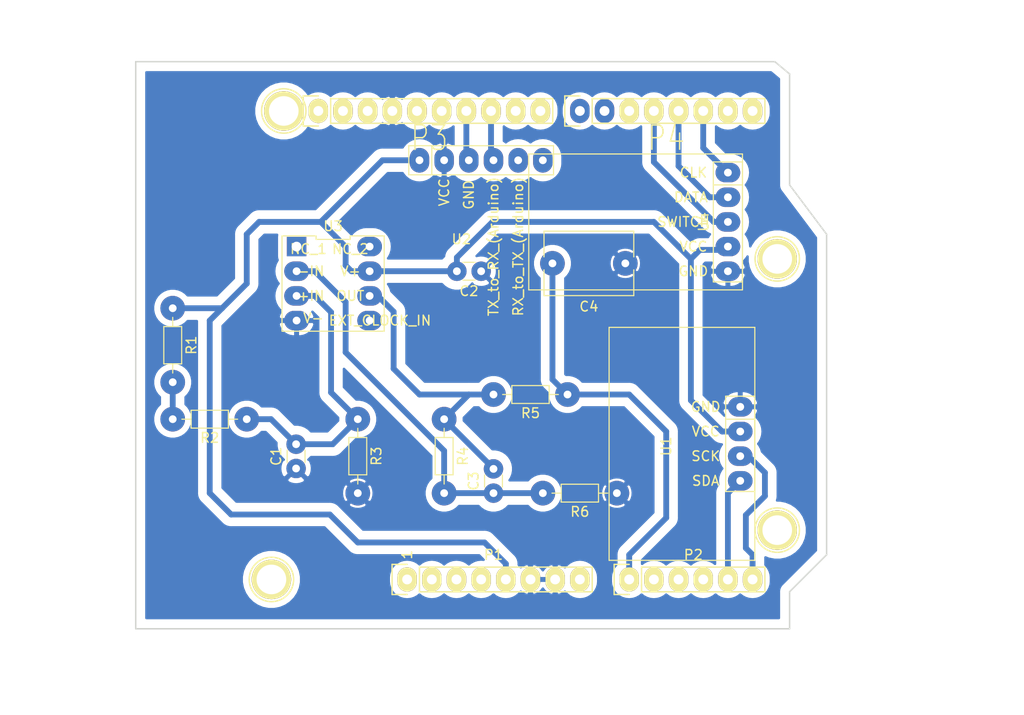
<source format=kicad_pcb>
(kicad_pcb (version 20171130) (host pcbnew "(5.1.10)-1")

  (general
    (thickness 1.6)
    (drawings 26)
    (tracks 89)
    (zones 0)
    (modules 22)
    (nets 42)
  )

  (page A4)
  (title_block
    (date "lun. 30 mars 2015")
  )

  (layers
    (0 F.Cu signal)
    (31 B.Cu signal)
    (32 B.Adhes user)
    (33 F.Adhes user)
    (34 B.Paste user)
    (35 F.Paste user)
    (36 B.SilkS user)
    (37 F.SilkS user)
    (38 B.Mask user)
    (39 F.Mask user)
    (40 Dwgs.User user)
    (41 Cmts.User user)
    (42 Eco1.User user)
    (43 Eco2.User user)
    (44 Edge.Cuts user)
    (45 Margin user)
    (46 B.CrtYd user)
    (47 F.CrtYd user)
    (48 B.Fab user)
    (49 F.Fab user)
  )

  (setup
    (last_trace_width 0.6)
    (trace_clearance 0.9)
    (zone_clearance 0.9)
    (zone_45_only no)
    (trace_min 0.2)
    (via_size 0.6)
    (via_drill 0.4)
    (via_min_size 0.4)
    (via_min_drill 0.3)
    (uvia_size 0.3)
    (uvia_drill 0.1)
    (uvias_allowed no)
    (uvia_min_size 0.2)
    (uvia_min_drill 0.1)
    (edge_width 0.15)
    (segment_width 0.15)
    (pcb_text_width 0.3)
    (pcb_text_size 1.5 1.5)
    (mod_edge_width 0.15)
    (mod_text_size 1 1)
    (mod_text_width 0.15)
    (pad_size 2 2.54)
    (pad_drill 0.8)
    (pad_to_mask_clearance 0)
    (aux_axis_origin 110.998 126.365)
    (grid_origin 110.998 126.365)
    (visible_elements 7FFFFFFF)
    (pcbplotparams
      (layerselection 0x00020_ffffffff)
      (usegerberextensions false)
      (usegerberattributes true)
      (usegerberadvancedattributes true)
      (creategerberjobfile true)
      (excludeedgelayer true)
      (linewidth 0.100000)
      (plotframeref false)
      (viasonmask false)
      (mode 1)
      (useauxorigin false)
      (hpglpennumber 1)
      (hpglpenspeed 20)
      (hpglpendiameter 15.000000)
      (psnegative false)
      (psa4output false)
      (plotreference true)
      (plotvalue true)
      (plotinvisibletext false)
      (padsonsilk false)
      (subtractmaskfromsilk false)
      (outputformat 4)
      (mirror false)
      (drillshape 0)
      (scaleselection 1)
      (outputdirectory ""))
  )

  (net 0 "")
  (net 1 /IOREF)
  (net 2 /Reset)
  (net 3 +5V)
  (net 4 GND)
  (net 5 /Vin)
  (net 6 /A1)
  (net 7 /A2)
  (net 8 /A3)
  (net 9 /AREF)
  (net 10 "/9(**)")
  (net 11 /8)
  (net 12 /7)
  (net 13 "/6(**)")
  (net 14 "/5(**)")
  (net 15 "/1(Tx)")
  (net 16 "/0(Rx)")
  (net 17 "Net-(P5-Pad1)")
  (net 18 "Net-(P6-Pad1)")
  (net 19 "Net-(P7-Pad1)")
  (net 20 "Net-(P8-Pad1)")
  (net 21 "/13(SCK)")
  (net 22 "Net-(P1-Pad1)")
  (net 23 +3V3)
  (net 24 "/12(MISO)")
  (net 25 IN+)
  (net 26 "Net-(C3-Pad2)")
  (net 27 IN-)
  (net 28 ADC)
  (net 29 SDA)
  (net 30 SCK)
  (net 31 RX)
  (net 32 TX)
  (net 33 CLK)
  (net 34 DATA)
  (net 35 SWITCH)
  (net 36 "Net-(R1-Pad2)")
  (net 37 "Net-(U3-Pad5)")
  (net 38 "Net-(U3-Pad1)")
  (net 39 "Net-(U3-Pad8)")
  (net 40 /A5_SCL)
  (net 41 /A4_SDA)

  (net_class Default "This is the default net class."
    (clearance 0.9)
    (trace_width 0.6)
    (via_dia 0.6)
    (via_drill 0.4)
    (uvia_dia 0.3)
    (uvia_drill 0.1)
    (add_net +3V3)
    (add_net +5V)
    (add_net "/0(Rx)")
    (add_net "/1(Tx)")
    (add_net "/12(MISO)")
    (add_net "/13(SCK)")
    (add_net "/5(**)")
    (add_net "/6(**)")
    (add_net /7)
    (add_net /8)
    (add_net "/9(**)")
    (add_net /A1)
    (add_net /A2)
    (add_net /A3)
    (add_net /A4_SDA)
    (add_net /A5_SCL)
    (add_net /AREF)
    (add_net /IOREF)
    (add_net /Reset)
    (add_net /Vin)
    (add_net ADC)
    (add_net CLK)
    (add_net DATA)
    (add_net GND)
    (add_net IN+)
    (add_net IN-)
    (add_net "Net-(C3-Pad2)")
    (add_net "Net-(P1-Pad1)")
    (add_net "Net-(P5-Pad1)")
    (add_net "Net-(P6-Pad1)")
    (add_net "Net-(P7-Pad1)")
    (add_net "Net-(P8-Pad1)")
    (add_net "Net-(R1-Pad2)")
    (add_net "Net-(U3-Pad1)")
    (add_net "Net-(U3-Pad5)")
    (add_net "Net-(U3-Pad8)")
    (add_net RX)
    (add_net SCK)
    (add_net SDA)
    (add_net SWITCH)
    (add_net TX)
  )

  (module Socket_Arduino_Uno:Socket_Strip_Arduino_1x06 locked (layer F.Cu) (tedit 6255B236) (tstamp 551AF9FF)
    (at 161.798 123.825)
    (descr "Through hole socket strip")
    (tags "socket strip")
    (path /56D70DD8)
    (fp_text reference P2 (at 6.604 -2.54) (layer F.SilkS)
      (effects (font (size 1 1) (thickness 0.15)))
    )
    (fp_text value Analog (at 6.604 -4.064) (layer F.Fab)
      (effects (font (size 1 1) (thickness 0.15)))
    )
    (fp_line (start -1.55 -1.55) (end -1.55 1.55) (layer F.SilkS) (width 0.15))
    (fp_line (start 0 -1.55) (end -1.55 -1.55) (layer F.SilkS) (width 0.15))
    (fp_line (start 1.27 1.27) (end 1.27 -1.27) (layer F.SilkS) (width 0.15))
    (fp_line (start -1.55 1.55) (end 0 1.55) (layer F.SilkS) (width 0.15))
    (fp_line (start 13.97 -1.27) (end 1.27 -1.27) (layer F.SilkS) (width 0.15))
    (fp_line (start 13.97 1.27) (end 13.97 -1.27) (layer F.SilkS) (width 0.15))
    (fp_line (start 1.27 1.27) (end 13.97 1.27) (layer F.SilkS) (width 0.15))
    (fp_line (start -1.75 1.75) (end 14.45 1.75) (layer F.CrtYd) (width 0.05))
    (fp_line (start -1.75 -1.75) (end 14.45 -1.75) (layer F.CrtYd) (width 0.05))
    (fp_line (start 14.45 -1.75) (end 14.45 1.75) (layer F.CrtYd) (width 0.05))
    (fp_line (start -1.75 -1.75) (end -1.75 1.75) (layer F.CrtYd) (width 0.05))
    (pad 1 thru_hole oval (at 0 0) (size 2 2.5) (drill 1.016) (layers *.Cu *.Mask F.SilkS)
      (net 28 ADC))
    (pad 2 thru_hole oval (at 2.54 0) (size 2 2.5) (drill 1.016) (layers *.Cu *.Mask F.SilkS)
      (net 6 /A1))
    (pad 3 thru_hole oval (at 5.08 0) (size 2 2.5) (drill 1.016) (layers *.Cu *.Mask F.SilkS)
      (net 7 /A2))
    (pad 4 thru_hole oval (at 7.62 0) (size 2 2.5) (drill 1.016) (layers *.Cu *.Mask F.SilkS)
      (net 8 /A3))
    (pad 5 thru_hole oval (at 10.16 0) (size 2 2.5) (drill 1.016) (layers *.Cu *.Mask F.SilkS)
      (net 29 SDA))
    (pad 6 thru_hole oval (at 12.7 0) (size 2 2.5) (drill 1.016) (layers *.Cu *.Mask F.SilkS)
      (net 30 SCK))
    (model ${KIPRJMOD}/Socket_Arduino_Uno.3dshapes/Socket_header_Arduino_1x06.wrl
      (offset (xyz 6.349999904632568 0 0))
      (scale (xyz 1 1 1))
      (rotate (xyz 0 0 180))
    )
  )

  (module Socket_Arduino_Uno:Socket_Strip_Arduino_1x08 locked (layer F.Cu) (tedit 6255B207) (tstamp 551AF9EA)
    (at 138.938 123.825)
    (descr "Through hole socket strip")
    (tags "socket strip")
    (path /56D70129)
    (fp_text reference P1 (at 8.89 -2.54) (layer F.SilkS)
      (effects (font (size 1 1) (thickness 0.15)))
    )
    (fp_text value Power (at 8.89 -4.064) (layer F.Fab)
      (effects (font (size 1 1) (thickness 0.15)))
    )
    (fp_line (start -1.75 -1.75) (end -1.75 1.75) (layer F.CrtYd) (width 0.05))
    (fp_line (start 19.55 -1.75) (end 19.55 1.75) (layer F.CrtYd) (width 0.05))
    (fp_line (start -1.75 -1.75) (end 19.55 -1.75) (layer F.CrtYd) (width 0.05))
    (fp_line (start -1.75 1.75) (end 19.55 1.75) (layer F.CrtYd) (width 0.05))
    (fp_line (start 1.27 1.27) (end 19.05 1.27) (layer F.SilkS) (width 0.15))
    (fp_line (start 19.05 1.27) (end 19.05 -1.27) (layer F.SilkS) (width 0.15))
    (fp_line (start 19.05 -1.27) (end 1.27 -1.27) (layer F.SilkS) (width 0.15))
    (fp_line (start -1.55 1.55) (end 0 1.55) (layer F.SilkS) (width 0.15))
    (fp_line (start 1.27 1.27) (end 1.27 -1.27) (layer F.SilkS) (width 0.15))
    (fp_line (start 0 -1.55) (end -1.55 -1.55) (layer F.SilkS) (width 0.15))
    (fp_line (start -1.55 -1.55) (end -1.55 1.55) (layer F.SilkS) (width 0.15))
    (pad 8 thru_hole oval (at 17.78 0) (size 2 2.5) (drill 1.016) (layers *.Cu *.Mask F.SilkS)
      (net 5 /Vin))
    (pad 7 thru_hole oval (at 15.24 0) (size 2 2.5) (drill 1.016) (layers *.Cu *.Mask F.SilkS)
      (net 4 GND))
    (pad 6 thru_hole oval (at 12.7 0) (size 2 2.5) (drill 1.016) (layers *.Cu *.Mask F.SilkS)
      (net 4 GND))
    (pad 5 thru_hole oval (at 10.16 0) (size 2 2.5) (drill 1.016) (layers *.Cu *.Mask F.SilkS)
      (net 3 +5V))
    (pad 4 thru_hole oval (at 7.62 0) (size 2 2.5) (drill 1.016) (layers *.Cu *.Mask F.SilkS)
      (net 23 +3V3))
    (pad 3 thru_hole oval (at 5.08 0) (size 2 2.5) (drill 1.016) (layers *.Cu *.Mask F.SilkS)
      (net 2 /Reset))
    (pad 2 thru_hole oval (at 2.54 0) (size 2 2.5) (drill 1.016) (layers *.Cu *.Mask F.SilkS)
      (net 1 /IOREF))
    (pad 1 thru_hole oval (at 0 0) (size 2 2.5) (drill 1.016) (layers *.Cu *.Mask F.SilkS)
      (net 22 "Net-(P1-Pad1)"))
    (model ${KIPRJMOD}/Socket_Arduino_Uno.3dshapes/Socket_header_Arduino_1x08.wrl
      (offset (xyz 8.889999866485596 0 0))
      (scale (xyz 1 1 1))
      (rotate (xyz 0 0 180))
    )
  )

  (module Socket_Arduino_Uno:Socket_Strip_Arduino_1x10 locked (layer F.Cu) (tedit 6255B1C4) (tstamp 551AFA18)
    (at 129.794 75.565)
    (descr "Through hole socket strip")
    (tags "socket strip")
    (path /56D721E0)
    (fp_text reference P3 (at 11.43 2.794) (layer F.SilkS)
      (effects (font (size 2.54 2) (thickness 0.15)))
    )
    (fp_text value Digital (at 11.43 4.318) (layer F.Fab)
      (effects (font (size 2.54 2) (thickness 0.15)))
    )
    (fp_line (start -1.55 -1.55) (end -1.55 1.55) (layer F.SilkS) (width 0.15))
    (fp_line (start 0 -1.55) (end -1.55 -1.55) (layer F.SilkS) (width 0.15))
    (fp_line (start 1.27 1.27) (end 1.27 -1.27) (layer F.SilkS) (width 0.15))
    (fp_line (start -1.55 1.55) (end 0 1.55) (layer F.SilkS) (width 0.15))
    (fp_line (start 24.13 -1.27) (end 1.27 -1.27) (layer F.SilkS) (width 0.15))
    (fp_line (start 24.13 1.27) (end 24.13 -1.27) (layer F.SilkS) (width 0.15))
    (fp_line (start 1.27 1.27) (end 24.13 1.27) (layer F.SilkS) (width 0.15))
    (fp_line (start -1.75 1.75) (end 24.65 1.75) (layer F.CrtYd) (width 0.05))
    (fp_line (start -1.75 -1.75) (end 24.65 -1.75) (layer F.CrtYd) (width 0.05))
    (fp_line (start 24.65 -1.75) (end 24.65 1.75) (layer F.CrtYd) (width 0.05))
    (fp_line (start -1.75 -1.75) (end -1.75 1.75) (layer F.CrtYd) (width 0.05))
    (pad 10 thru_hole oval (at 22.86 0) (size 2 2.5) (drill 1.016) (layers *.Cu *.Mask F.SilkS)
      (net 11 /8))
    (pad 9 thru_hole oval (at 20.32 0) (size 2 2.5) (drill 1.016) (layers *.Cu *.Mask F.SilkS)
      (net 10 "/9(**)"))
    (pad 8 thru_hole oval (at 17.78 0) (size 2 2.5) (drill 1.016) (layers *.Cu *.Mask F.SilkS)
      (net 32 TX))
    (pad 7 thru_hole oval (at 15.24 0) (size 2 2.5) (drill 1.016) (layers *.Cu *.Mask F.SilkS)
      (net 31 RX))
    (pad 6 thru_hole oval (at 12.7 0) (size 2 2.5) (drill 1.016) (layers *.Cu *.Mask F.SilkS)
      (net 24 "/12(MISO)"))
    (pad 5 thru_hole oval (at 10.16 0) (size 2 2.5) (drill 1.016) (layers *.Cu *.Mask F.SilkS)
      (net 21 "/13(SCK)"))
    (pad 4 thru_hole oval (at 7.62 0) (size 2 2.5) (drill 1.016) (layers *.Cu *.Mask F.SilkS)
      (net 4 GND))
    (pad 3 thru_hole oval (at 5.08 0) (size 2 2.5) (drill 1.016) (layers *.Cu *.Mask F.SilkS)
      (net 9 /AREF))
    (pad 2 thru_hole oval (at 2.54 0) (size 2 2.5) (drill 1.016) (layers *.Cu *.Mask F.SilkS)
      (net 41 /A4_SDA))
    (pad 1 thru_hole oval (at 0 0) (size 2 2.5) (drill 1.016) (layers *.Cu *.Mask F.SilkS)
      (net 40 /A5_SCL))
    (model ${KIPRJMOD}/Socket_Arduino_Uno.3dshapes/Socket_header_Arduino_1x10.wrl
      (offset (xyz 11.42999982833862 0 0))
      (scale (xyz 1 1 1))
      (rotate (xyz 0 0 180))
    )
  )

  (module Socket_Arduino_Uno:Socket_Strip_Arduino_1x08 locked (layer F.Cu) (tedit 6255B167) (tstamp 551AFA2F)
    (at 156.718 75.565)
    (descr "Through hole socket strip")
    (tags "socket strip")
    (path /56D7164F)
    (fp_text reference P4 (at 8.89 2.794) (layer F.SilkS)
      (effects (font (size 2.5 2) (thickness 0.15)))
    )
    (fp_text value Digital (at 8.89 4.318) (layer F.Fab)
      (effects (font (size 2.5 2) (thickness 0.15)))
    )
    (fp_line (start -1.75 -1.75) (end -1.75 1.75) (layer F.CrtYd) (width 0.05))
    (fp_line (start 19.55 -1.75) (end 19.55 1.75) (layer F.CrtYd) (width 0.05))
    (fp_line (start -1.75 -1.75) (end 19.55 -1.75) (layer F.CrtYd) (width 0.05))
    (fp_line (start -1.75 1.75) (end 19.55 1.75) (layer F.CrtYd) (width 0.05))
    (fp_line (start 1.27 1.27) (end 19.05 1.27) (layer F.SilkS) (width 0.15))
    (fp_line (start 19.05 1.27) (end 19.05 -1.27) (layer F.SilkS) (width 0.15))
    (fp_line (start 19.05 -1.27) (end 1.27 -1.27) (layer F.SilkS) (width 0.15))
    (fp_line (start -1.55 1.55) (end 0 1.55) (layer F.SilkS) (width 0.15))
    (fp_line (start 1.27 1.27) (end 1.27 -1.27) (layer F.SilkS) (width 0.15))
    (fp_line (start 0 -1.55) (end -1.55 -1.55) (layer F.SilkS) (width 0.15))
    (fp_line (start -1.55 -1.55) (end -1.55 1.55) (layer F.SilkS) (width 0.15))
    (pad 8 thru_hole oval (at 17.78 0) (size 2 2.5) (drill 1.016) (layers *.Cu *.Mask F.SilkS)
      (net 16 "/0(Rx)"))
    (pad 7 thru_hole oval (at 15.24 0) (size 2 2.5) (drill 1.016) (layers *.Cu *.Mask F.SilkS)
      (net 15 "/1(Tx)"))
    (pad 6 thru_hole oval (at 12.7 0) (size 2 2.5) (drill 1.016) (layers *.Cu *.Mask F.SilkS)
      (net 33 CLK))
    (pad 5 thru_hole oval (at 10.16 0) (size 2 2.5) (drill 1.016) (layers *.Cu *.Mask F.SilkS)
      (net 34 DATA))
    (pad 4 thru_hole oval (at 7.62 0) (size 2 2.5) (drill 1.016) (layers *.Cu *.Mask F.SilkS)
      (net 35 SWITCH))
    (pad 3 thru_hole oval (at 5.08 0) (size 2 2.5) (drill 1.016) (layers *.Cu *.Mask F.SilkS)
      (net 14 "/5(**)"))
    (pad 2 thru_hole oval (at 2.54 0) (size 2 2.5) (drill 1.016) (layers *.Cu *.Mask)
      (net 13 "/6(**)"))
    (pad 1 thru_hole oval (at 0 0) (size 2 2.5) (drill 1.016) (layers *.Cu *.Mask)
      (net 12 /7))
    (model ${KIPRJMOD}/Socket_Arduino_Uno.3dshapes/Socket_header_Arduino_1x08.wrl
      (offset (xyz 8.889999866485596 0 0))
      (scale (xyz 1 1 1))
      (rotate (xyz 0 0 180))
    )
  )

  (module Capacitor_THT:C_Rect_L9.0mm_W6.4mm_P7.50mm_MKT (layer F.Cu) (tedit 6253F552) (tstamp 6230E131)
    (at 161.398 91.265 180)
    (descr "C, Rect series, Radial, pin pitch=7.50mm, , length*width=9*6.4mm^2, Capacitor, https://en.tdk.eu/inf/20/20/db/fc_2009/MKT_B32560_564.pdf")
    (tags "C Rect series Radial pin pitch 7.50mm  length 9mm width 6.4mm Capacitor")
    (path /622136E9)
    (fp_text reference C4 (at 3.75 -4.45) (layer F.SilkS)
      (effects (font (size 1 1) (thickness 0.15)))
    )
    (fp_text value 100n (at 3.75 4.45) (layer F.Fab)
      (effects (font (size 1 1) (thickness 0.15)))
    )
    (fp_line (start 8.55 -3.45) (end -1.05 -3.45) (layer F.CrtYd) (width 0.05))
    (fp_line (start 8.55 3.45) (end 8.55 -3.45) (layer F.CrtYd) (width 0.05))
    (fp_line (start -1.05 3.45) (end 8.55 3.45) (layer F.CrtYd) (width 0.05))
    (fp_line (start -1.05 -3.45) (end -1.05 3.45) (layer F.CrtYd) (width 0.05))
    (fp_line (start 8.37 0.665) (end 8.37 3.32) (layer F.SilkS) (width 0.12))
    (fp_line (start 8.37 -3.32) (end 8.37 -0.665) (layer F.SilkS) (width 0.12))
    (fp_line (start -0.87 0.665) (end -0.87 3.32) (layer F.SilkS) (width 0.12))
    (fp_line (start -0.87 -3.32) (end -0.87 -0.665) (layer F.SilkS) (width 0.12))
    (fp_line (start -0.87 3.32) (end 8.37 3.32) (layer F.SilkS) (width 0.12))
    (fp_line (start -0.87 -3.32) (end 8.37 -3.32) (layer F.SilkS) (width 0.12))
    (fp_line (start 8.25 -3.2) (end -0.75 -3.2) (layer F.Fab) (width 0.1))
    (fp_line (start 8.25 3.2) (end 8.25 -3.2) (layer F.Fab) (width 0.1))
    (fp_line (start -0.75 3.2) (end 8.25 3.2) (layer F.Fab) (width 0.1))
    (fp_line (start -0.75 -3.2) (end -0.75 3.2) (layer F.Fab) (width 0.1))
    (fp_text user %R (at 3.75 0) (layer F.Fab)
      (effects (font (size 1 1) (thickness 0.15)))
    )
    (pad 2 thru_hole circle (at 7.5 0 180) (size 2.54 2.54) (drill 0.8) (layers *.Cu *.Mask)
      (net 28 ADC))
    (pad 1 thru_hole circle (at 0 0 180) (size 2.54 2.54) (drill 0.8) (layers *.Cu *.Mask)
      (net 4 GND))
    (model ${KISYS3DMOD}/Capacitor_THT.3dshapes/C_Rect_L9.0mm_W6.4mm_P7.50mm_MKT.wrl
      (at (xyz 0 0 0))
      (scale (xyz 1 1 1))
      (rotate (xyz 0 0 0))
    )
  )

  (module Capacitor_THT:C_Disc_D3.0mm_W1.6mm_P2.50mm (layer F.Cu) (tedit 623DBBE9) (tstamp 6230E11E)
    (at 147.828 114.935 90)
    (descr "C, Disc series, Radial, pin pitch=2.50mm, , diameter*width=3.0*1.6mm^2, Capacitor, http://www.vishay.com/docs/45233/krseries.pdf")
    (tags "C Disc series Radial pin pitch 2.50mm  diameter 3.0mm width 1.6mm Capacitor")
    (path /6221250E)
    (fp_text reference C3 (at 1.25 -2.05 90) (layer F.SilkS)
      (effects (font (size 1 1) (thickness 0.15)))
    )
    (fp_text value 100n (at 1.25 2.05 90) (layer F.Fab)
      (effects (font (size 1 1) (thickness 0.15)))
    )
    (fp_line (start 3.55 -1.05) (end -1.05 -1.05) (layer F.CrtYd) (width 0.05))
    (fp_line (start 3.55 1.05) (end 3.55 -1.05) (layer F.CrtYd) (width 0.05))
    (fp_line (start -1.05 1.05) (end 3.55 1.05) (layer F.CrtYd) (width 0.05))
    (fp_line (start -1.05 -1.05) (end -1.05 1.05) (layer F.CrtYd) (width 0.05))
    (fp_line (start 0.621 0.92) (end 1.879 0.92) (layer F.SilkS) (width 0.12))
    (fp_line (start 0.621 -0.92) (end 1.879 -0.92) (layer F.SilkS) (width 0.12))
    (fp_line (start 2.75 -0.8) (end -0.25 -0.8) (layer F.Fab) (width 0.1))
    (fp_line (start 2.75 0.8) (end 2.75 -0.8) (layer F.Fab) (width 0.1))
    (fp_line (start -0.25 0.8) (end 2.75 0.8) (layer F.Fab) (width 0.1))
    (fp_line (start -0.25 -0.8) (end -0.25 0.8) (layer F.Fab) (width 0.1))
    (fp_text user %R (at 1.25 0 90) (layer F.Fab)
      (effects (font (size 0.6 0.6) (thickness 0.09)))
    )
    (pad 2 thru_hole circle (at 2.5 0 90) (size 2 2) (drill 0.8) (layers *.Cu *.Mask)
      (net 26 "Net-(C3-Pad2)"))
    (pad 1 thru_hole circle (at 0 0 90) (size 2 2) (drill 0.8) (layers *.Cu *.Mask)
      (net 27 IN-))
    (model ${KISYS3DMOD}/Capacitor_THT.3dshapes/C_Disc_D3.0mm_W1.6mm_P2.50mm.wrl
      (at (xyz 0 0 0))
      (scale (xyz 1 1 1))
      (rotate (xyz 0 0 0))
    )
  )

  (module Capacitor_THT:C_Disc_D3.0mm_W1.6mm_P2.50mm (layer F.Cu) (tedit 623DBC1C) (tstamp 6230E10B)
    (at 146.558 92.075 180)
    (descr "C, Disc series, Radial, pin pitch=2.50mm, , diameter*width=3.0*1.6mm^2, Capacitor, http://www.vishay.com/docs/45233/krseries.pdf")
    (tags "C Disc series Radial pin pitch 2.50mm  diameter 3.0mm width 1.6mm Capacitor")
    (path /62207F52)
    (fp_text reference C2 (at 1.25 -2.05) (layer F.SilkS)
      (effects (font (size 1 1) (thickness 0.15)))
    )
    (fp_text value 100n (at 1.25 2.05) (layer F.Fab)
      (effects (font (size 1 1) (thickness 0.15)))
    )
    (fp_line (start 3.55 -1.05) (end -1.05 -1.05) (layer F.CrtYd) (width 0.05))
    (fp_line (start 3.55 1.05) (end 3.55 -1.05) (layer F.CrtYd) (width 0.05))
    (fp_line (start -1.05 1.05) (end 3.55 1.05) (layer F.CrtYd) (width 0.05))
    (fp_line (start -1.05 -1.05) (end -1.05 1.05) (layer F.CrtYd) (width 0.05))
    (fp_line (start 0.621 0.92) (end 1.879 0.92) (layer F.SilkS) (width 0.12))
    (fp_line (start 0.621 -0.92) (end 1.879 -0.92) (layer F.SilkS) (width 0.12))
    (fp_line (start 2.75 -0.8) (end -0.25 -0.8) (layer F.Fab) (width 0.1))
    (fp_line (start 2.75 0.8) (end 2.75 -0.8) (layer F.Fab) (width 0.1))
    (fp_line (start -0.25 0.8) (end 2.75 0.8) (layer F.Fab) (width 0.1))
    (fp_line (start -0.25 -0.8) (end -0.25 0.8) (layer F.Fab) (width 0.1))
    (fp_text user %R (at 1.25 0) (layer F.Fab)
      (effects (font (size 0.6 0.6) (thickness 0.09)))
    )
    (pad 2 thru_hole circle (at 2.5 0 180) (size 2 2) (drill 0.8) (layers *.Cu *.Mask)
      (net 3 +5V))
    (pad 1 thru_hole circle (at 0 0 180) (size 2 2) (drill 0.8) (layers *.Cu *.Mask)
      (net 4 GND))
    (model ${KISYS3DMOD}/Capacitor_THT.3dshapes/C_Disc_D3.0mm_W1.6mm_P2.50mm.wrl
      (at (xyz 0 0 0))
      (scale (xyz 1 1 1))
      (rotate (xyz 0 0 0))
    )
  )

  (module Capacitor_THT:C_Disc_D3.0mm_W1.6mm_P2.50mm (layer F.Cu) (tedit 623DBBA8) (tstamp 6230E0F8)
    (at 127.508 112.395 90)
    (descr "C, Disc series, Radial, pin pitch=2.50mm, , diameter*width=3.0*1.6mm^2, Capacitor, http://www.vishay.com/docs/45233/krseries.pdf")
    (tags "C Disc series Radial pin pitch 2.50mm  diameter 3.0mm width 1.6mm Capacitor")
    (path /621E8D94)
    (fp_text reference C1 (at 1.25 -2.05 90) (layer F.SilkS)
      (effects (font (size 1 1) (thickness 0.15)))
    )
    (fp_text value 100n (at 1.25 2.05 90) (layer F.Fab)
      (effects (font (size 1 1) (thickness 0.15)))
    )
    (fp_line (start 3.55 -1.05) (end -1.05 -1.05) (layer F.CrtYd) (width 0.05))
    (fp_line (start 3.55 1.05) (end 3.55 -1.05) (layer F.CrtYd) (width 0.05))
    (fp_line (start -1.05 1.05) (end 3.55 1.05) (layer F.CrtYd) (width 0.05))
    (fp_line (start -1.05 -1.05) (end -1.05 1.05) (layer F.CrtYd) (width 0.05))
    (fp_line (start 0.621 0.92) (end 1.879 0.92) (layer F.SilkS) (width 0.12))
    (fp_line (start 0.621 -0.92) (end 1.879 -0.92) (layer F.SilkS) (width 0.12))
    (fp_line (start 2.75 -0.8) (end -0.25 -0.8) (layer F.Fab) (width 0.1))
    (fp_line (start 2.75 0.8) (end 2.75 -0.8) (layer F.Fab) (width 0.1))
    (fp_line (start -0.25 0.8) (end 2.75 0.8) (layer F.Fab) (width 0.1))
    (fp_line (start -0.25 -0.8) (end -0.25 0.8) (layer F.Fab) (width 0.1))
    (fp_text user %R (at 1.25 0 90) (layer F.Fab)
      (effects (font (size 0.6 0.6) (thickness 0.09)))
    )
    (pad 2 thru_hole circle (at 2.5 0 90) (size 2 2) (drill 0.8) (layers *.Cu *.Mask)
      (net 25 IN+))
    (pad 1 thru_hole circle (at 0 0 90) (size 2 2) (drill 0.8) (layers *.Cu *.Mask)
      (net 4 GND))
    (model ${KISYS3DMOD}/Capacitor_THT.3dshapes/C_Disc_D3.0mm_W1.6mm_P2.50mm.wrl
      (at (xyz 0 0 0))
      (scale (xyz 1 1 1))
      (rotate (xyz 0 0 0))
    )
  )

  (module Kicad_capteur_graphite:KY_040 (layer F.Cu) (tedit 6253F2A8) (tstamp 6230C00C)
    (at 171.958 86.995 270)
    (path /62242702)
    (fp_text reference U4 (at 0 2.5 90) (layer F.SilkS)
      (effects (font (size 1 1) (thickness 0.15)))
    )
    (fp_text value KY-040 (at 0 -2.5 90) (layer F.Fab)
      (effects (font (size 1 1) (thickness 0.15)))
    )
    (fp_line (start -7 20.5) (end 7 20.5) (layer F.SilkS) (width 0.12))
    (fp_line (start 7 -1.5) (end 7 20.5) (layer F.SilkS) (width 0.12))
    (fp_line (start -7 -1.5) (end -7 20.5) (layer F.SilkS) (width 0.12))
    (fp_line (start -7 -1.5) (end 7 -1.5) (layer F.SilkS) (width 0.12))
    (fp_line (start -6.18 -1.5) (end 6.18 -1.5) (layer F.SilkS) (width 0.12))
    (fp_line (start 6.18 -1.5) (end 6.18 1.5) (layer F.SilkS) (width 0.12))
    (fp_line (start 6.18 1.5) (end -6.18 1.5) (layer F.SilkS) (width 0.12))
    (fp_line (start -6.18 1.5) (end -6.18 -1.5) (layer F.SilkS) (width 0.12))
    (fp_line (start -3.81 -1.5) (end -3.81 1.5) (layer F.SilkS) (width 0.12))
    (fp_line (start -5.93 -1.25) (end 5.93 -1.25) (layer F.CrtYd) (width 0.05))
    (fp_line (start 5.93 -1.25) (end 5.93 1.25) (layer F.CrtYd) (width 0.05))
    (fp_line (start 5.93 1.25) (end -5.93 1.25) (layer F.CrtYd) (width 0.05))
    (fp_line (start -5.93 1.25) (end -5.93 -1.25) (layer F.CrtYd) (width 0.05))
    (fp_text user GND (at 5.08 3.556) (layer F.SilkS)
      (effects (font (size 1 1) (thickness 0.15)))
    )
    (fp_text user VCC (at 2.54 3.556) (layer F.SilkS)
      (effects (font (size 1 1) (thickness 0.15)))
    )
    (fp_text user SWITCH (at 0 4.572) (layer F.SilkS)
      (effects (font (size 1 1) (thickness 0.15)))
    )
    (fp_text user DATA (at -2.54 3.81) (layer F.SilkS)
      (effects (font (size 1 1) (thickness 0.15)))
    )
    (fp_text user CLK (at -5.08 3.556) (layer F.SilkS)
      (effects (font (size 1 1) (thickness 0.15)))
    )
    (pad 5 thru_hole oval (at 5.08 0 270) (size 2 2.54) (drill 0.8) (layers *.Cu *.Mask)
      (net 4 GND))
    (pad 4 thru_hole oval (at 2.54 0 270) (size 2 2.54) (drill 0.8) (layers *.Cu *.Mask)
      (net 3 +5V))
    (pad 3 thru_hole oval (at 0 0 270) (size 2 2.54) (drill 0.8) (layers *.Cu *.Mask)
      (net 35 SWITCH))
    (pad 2 thru_hole oval (at -2.54 0 270) (size 2 2.54) (drill 0.8) (layers *.Cu *.Mask)
      (net 34 DATA))
    (pad 1 thru_hole oval (at -5.08 0 270) (size 2 2.54) (drill 0.8) (layers *.Cu *.Mask)
      (net 33 CLK))
    (model "${KIPRJMOD}/modele_3D-KY_040/KY-040 Rotary Encoder.STEP"
      (offset (xyz 5 -7 30.5))
      (scale (xyz 1 1 1))
      (rotate (xyz -180 0 180))
    )
  )

  (module Kicad_capteur_graphite:LTC1050 (layer F.Cu) (tedit 6253F2F1) (tstamp 6230E2E3)
    (at 131.318 93.345 270)
    (path /621FE9FF)
    (fp_text reference U3 (at -5.91 0) (layer F.SilkS)
      (effects (font (size 1 1) (thickness 0.15)))
    )
    (fp_text value LTC1050 (at 0 0 90) (layer F.Fab)
      (effects (font (size 1 1) (thickness 0.15)))
    )
    (fp_line (start -4.91 5.26) (end 4.91 5.26) (layer F.SilkS) (width 0.12))
    (fp_line (start 4.91 5.26) (end 4.91 -5.26) (layer F.SilkS) (width 0.12))
    (fp_line (start 4.91 -5.26) (end -4.91 -5.26) (layer F.SilkS) (width 0.12))
    (fp_line (start -4.91 -5.26) (end -4.91 -1.753333) (layer F.SilkS) (width 0.12))
    (fp_line (start -4.91 -1.753333) (end -4.55 -1.753333) (layer F.SilkS) (width 0.12))
    (fp_line (start -4.55 -1.753333) (end -4.55 1.753333) (layer F.SilkS) (width 0.12))
    (fp_line (start -4.55 1.753333) (end -4.91 1.753333) (layer F.SilkS) (width 0.12))
    (fp_line (start -4.91 1.753333) (end -4.91 5.26) (layer F.SilkS) (width 0.12))
    (fp_line (start -4.66 -5.01) (end 4.66 -5.01) (layer F.CrtYd) (width 0.05))
    (fp_line (start 4.66 -5.01) (end 4.66 5.01) (layer F.CrtYd) (width 0.05))
    (fp_line (start 4.66 5.01) (end -4.66 5.01) (layer F.CrtYd) (width 0.05))
    (fp_line (start -4.66 5.01) (end -4.66 -5.01) (layer F.CrtYd) (width 0.05))
    (fp_text user EXT_CLOCK_IN (at 3.81 -4.826) (layer F.SilkS)
      (effects (font (size 1 1) (thickness 0.15)))
    )
    (fp_text user OUT (at 1.27 -1.778) (layer F.SilkS)
      (effects (font (size 1 1) (thickness 0.15)))
    )
    (fp_text user V+ (at -1.27 -1.778) (layer F.SilkS)
      (effects (font (size 1 1) (thickness 0.15)))
    )
    (fp_text user NC_2 (at -3.556 -1.778) (layer F.SilkS)
      (effects (font (size 1 1) (thickness 0.15)))
    )
    (fp_text user V- (at 3.556 2.032) (layer F.SilkS)
      (effects (font (size 1 1) (thickness 0.15)))
    )
    (fp_text user +IN (at 1.27 2.286) (layer F.SilkS)
      (effects (font (size 1 1) (thickness 0.15)))
    )
    (fp_text user -IN (at -1.27 2.286) (layer F.SilkS)
      (effects (font (size 1 1) (thickness 0.15)))
    )
    (fp_text user NC_1 (at -3.556 2.54) (layer F.SilkS)
      (effects (font (size 1 1) (thickness 0.15)))
    )
    (pad 4 thru_hole oval (at 3.81 3.76 270) (size 2 2.54) (drill 0.8) (layers *.Cu *.Mask)
      (net 4 GND))
    (pad 5 thru_hole oval (at 3.81 -3.76 270) (size 2 2.54) (drill 0.8) (layers *.Cu *.Mask)
      (net 37 "Net-(U3-Pad5)"))
    (pad 3 thru_hole oval (at 1.27 3.76 270) (size 2 2.54) (drill 0.8) (layers *.Cu *.Mask)
      (net 25 IN+))
    (pad 6 thru_hole oval (at 1.27 -3.76 270) (size 2 2.54) (drill 0.8) (layers *.Cu *.Mask)
      (net 26 "Net-(C3-Pad2)"))
    (pad 2 thru_hole oval (at -1.27 3.76 270) (size 2 2.54) (drill 0.8) (layers *.Cu *.Mask)
      (net 27 IN-))
    (pad 7 thru_hole oval (at -1.27 -3.76 270) (size 2 2.54) (drill 0.8) (layers *.Cu *.Mask)
      (net 3 +5V))
    (pad 1 thru_hole rect (at -3.81 3.76 270) (size 2 2) (drill 1) (layers *.Cu *.Mask)
      (net 38 "Net-(U3-Pad1)"))
    (pad 8 thru_hole oval (at -3.81 -3.76 270) (size 2 2.54) (drill 0.8) (layers *.Cu *.Mask)
      (net 39 "Net-(U3-Pad8)"))
  )

  (module Kicad_capteur_graphite:BLUETOOTH_HC05 (layer F.Cu) (tedit 6253F2D8) (tstamp 6230E2C3)
    (at 146.558 80.645)
    (path /62241B26)
    (fp_text reference U2 (at -2.032 8.128) (layer F.SilkS)
      (effects (font (size 1 1) (thickness 0.15)))
    )
    (fp_text value Bluetooth-HC05 (at 0 -2.5) (layer F.Fab)
      (effects (font (size 1 1) (thickness 0.15)))
    )
    (fp_line (start -7.2 1.25) (end -7.2 -1.25) (layer F.CrtYd) (width 0.05))
    (fp_line (start 7.2 1.25) (end -7.2 1.25) (layer F.CrtYd) (width 0.05))
    (fp_line (start 7.2 -1.25) (end 7.2 1.25) (layer F.CrtYd) (width 0.05))
    (fp_line (start -7.2 -1.25) (end 7.2 -1.25) (layer F.CrtYd) (width 0.05))
    (fp_line (start -5.08 -1.5) (end -5.08 1.5) (layer F.SilkS) (width 0.12))
    (fp_line (start -7.45 1.5) (end -7.45 -1.5) (layer F.SilkS) (width 0.12))
    (fp_line (start 7.45 1.5) (end -7.45 1.5) (layer F.SilkS) (width 0.12))
    (fp_line (start 7.45 -1.5) (end 7.45 1.5) (layer F.SilkS) (width 0.12))
    (fp_line (start -7.45 -1.5) (end 7.45 -1.5) (layer F.SilkS) (width 0.12))
    (fp_text user "RX_to_TX_(Arduino)" (at 3.81 8.89 90) (layer F.SilkS)
      (effects (font (size 1 1) (thickness 0.15)))
    )
    (fp_text user "TX_to_RX_(Arduino)" (at 1.27 8.89 90) (layer F.SilkS)
      (effects (font (size 1 1) (thickness 0.15)))
    )
    (fp_text user GND (at -1.27 3.556 90) (layer F.SilkS)
      (effects (font (size 1 1) (thickness 0.15)))
    )
    (fp_text user VCC (at -3.81 3.302 90) (layer F.SilkS)
      (effects (font (size 1 1) (thickness 0.15)))
    )
    (pad 6 thru_hole oval (at 6.35 0) (size 2 2.54) (drill 0.8) (layers *.Cu *.Mask))
    (pad 5 thru_hole oval (at 3.81 0) (size 2 2.54) (drill 0.8) (layers *.Cu *.Mask))
    (pad 4 thru_hole oval (at 1.27 0) (size 2 2.54) (drill 0.8) (layers *.Cu *.Mask)
      (net 32 TX))
    (pad 3 thru_hole oval (at -1.27 0) (size 2 2.54) (drill 0.8) (layers *.Cu *.Mask)
      (net 31 RX))
    (pad 2 thru_hole oval (at -3.81 0) (size 2 2.54) (drill 0.8) (layers *.Cu *.Mask)
      (net 4 GND))
    (pad 1 thru_hole oval (at -6.35 0) (size 2 2.54) (drill 0.8) (layers *.Cu *.Mask)
      (net 3 +5V))
    (model "${KIPRJMOD}/modele_3D-Bluetooth_HC-05/HC_05 Blue Tooth Module.stp"
      (offset (xyz 0 -5.6 20))
      (scale (xyz 1 1 1))
      (rotate (xyz -90 0 180))
    )
  )

  (module Kicad_capteur_graphite:OLED (layer F.Cu) (tedit 6253F5F4) (tstamp 6230E2AC)
    (at 173.228 109.855 270)
    (path /6224101D)
    (fp_text reference U1 (at 0.254 7.62 90) (layer F.SilkS)
      (effects (font (size 1 1) (thickness 0.15)))
    )
    (fp_text value OLED_0.91 (at 0 -2.5 90) (layer F.Fab)
      (effects (font (size 1 1) (thickness 0.15)))
    )
    (fp_line (start -4.91 -1.5) (end 4.91 -1.5) (layer F.SilkS) (width 0.12))
    (fp_line (start 4.91 -1.5) (end 4.91 1.5) (layer F.SilkS) (width 0.12))
    (fp_line (start 4.91 1.5) (end -4.91 1.5) (layer F.SilkS) (width 0.12))
    (fp_line (start -4.91 1.5) (end -4.91 -1.5) (layer F.SilkS) (width 0.12))
    (fp_line (start -2.54 -1.5) (end -2.54 1.5) (layer F.SilkS) (width 0.12))
    (fp_line (start -4.66 -1.25) (end 4.66 -1.25) (layer F.CrtYd) (width 0.05))
    (fp_line (start 4.66 -1.25) (end 4.66 1.25) (layer F.CrtYd) (width 0.05))
    (fp_line (start 4.66 1.25) (end -4.66 1.25) (layer F.CrtYd) (width 0.05))
    (fp_line (start -4.66 1.25) (end -4.66 -1.25) (layer F.CrtYd) (width 0.05))
    (fp_line (start -12 -1.5) (end 12 -1.5) (layer F.SilkS) (width 0.12))
    (fp_line (start -12 -1.5) (end -12 13.5) (layer F.SilkS) (width 0.12))
    (fp_line (start 12 -1.5) (end 12 13.5) (layer F.SilkS) (width 0.12))
    (fp_line (start -12 13.5) (end 12 13.5) (layer F.SilkS) (width 0.12))
    (fp_text user GND (at -3.81 3.556) (layer F.SilkS)
      (effects (font (size 1 1) (thickness 0.15)))
    )
    (fp_text user VCC (at -1.27 3.556) (layer F.SilkS)
      (effects (font (size 1 1) (thickness 0.15)))
    )
    (fp_text user SCK (at 1.27 3.556) (layer F.SilkS)
      (effects (font (size 1 1) (thickness 0.15)))
    )
    (fp_text user SDA (at 3.81 3.556) (layer F.SilkS)
      (effects (font (size 1 1) (thickness 0.15)))
    )
    (pad 4 thru_hole oval (at 3.81 0 270) (size 2 2.54) (drill 0.8) (layers *.Cu *.Mask)
      (net 29 SDA))
    (pad 3 thru_hole oval (at 1.27 0 270) (size 2 2.54) (drill 0.8) (layers *.Cu *.Mask)
      (net 30 SCK))
    (pad 2 thru_hole oval (at -1.27 0 270) (size 2 2.54) (drill 0.8) (layers *.Cu *.Mask)
      (net 3 +5V))
    (pad 1 thru_hole oval (at -3.81 0 270) (size 2 2.54) (drill 0.8) (layers *.Cu *.Mask)
      (net 4 GND))
    (model "${KIPRJMOD}/modele_3D-OLED_0.91/OLED display.step"
      (offset (xyz 0 -12 3))
      (scale (xyz 1 1 1))
      (rotate (xyz 0 0 0))
    )
  )

  (module Resistor_THT:R_Axial_DIN0204_L3.6mm_D1.6mm_P7.62mm_Horizontal (layer F.Cu) (tedit 6253F48C) (tstamp 6230E293)
    (at 160.528 114.935 180)
    (descr "Resistor, Axial_DIN0204 series, Axial, Horizontal, pin pitch=7.62mm, 0.167W, length*diameter=3.6*1.6mm^2, http://cdn-reichelt.de/documents/datenblatt/B400/1_4W%23YAG.pdf")
    (tags "Resistor Axial_DIN0204 series Axial Horizontal pin pitch 7.62mm 0.167W length 3.6mm diameter 1.6mm")
    (path /62213308)
    (fp_text reference R6 (at 3.81 -1.92) (layer F.SilkS)
      (effects (font (size 1 1) (thickness 0.15)))
    )
    (fp_text value 1k (at 3.81 1.92) (layer F.Fab)
      (effects (font (size 1 1) (thickness 0.15)))
    )
    (fp_line (start 2.01 -0.8) (end 2.01 0.8) (layer F.Fab) (width 0.1))
    (fp_line (start 2.01 0.8) (end 5.61 0.8) (layer F.Fab) (width 0.1))
    (fp_line (start 5.61 0.8) (end 5.61 -0.8) (layer F.Fab) (width 0.1))
    (fp_line (start 5.61 -0.8) (end 2.01 -0.8) (layer F.Fab) (width 0.1))
    (fp_line (start 0 0) (end 2.01 0) (layer F.Fab) (width 0.1))
    (fp_line (start 7.62 0) (end 5.61 0) (layer F.Fab) (width 0.1))
    (fp_line (start 1.89 -0.92) (end 1.89 0.92) (layer F.SilkS) (width 0.12))
    (fp_line (start 1.89 0.92) (end 5.73 0.92) (layer F.SilkS) (width 0.12))
    (fp_line (start 5.73 0.92) (end 5.73 -0.92) (layer F.SilkS) (width 0.12))
    (fp_line (start 5.73 -0.92) (end 1.89 -0.92) (layer F.SilkS) (width 0.12))
    (fp_line (start 0.94 0) (end 1.89 0) (layer F.SilkS) (width 0.12))
    (fp_line (start 6.68 0) (end 5.73 0) (layer F.SilkS) (width 0.12))
    (fp_line (start -0.95 -1.05) (end -0.95 1.05) (layer F.CrtYd) (width 0.05))
    (fp_line (start -0.95 1.05) (end 8.57 1.05) (layer F.CrtYd) (width 0.05))
    (fp_line (start 8.57 1.05) (end 8.57 -1.05) (layer F.CrtYd) (width 0.05))
    (fp_line (start 8.57 -1.05) (end -0.95 -1.05) (layer F.CrtYd) (width 0.05))
    (fp_text user %R (at 3.81 0) (layer F.Fab)
      (effects (font (size 0.72 0.72) (thickness 0.108)))
    )
    (pad 2 thru_hole circle (at 7.62 0 180) (size 2.54 2.54) (drill 0.8) (layers *.Cu *.Mask)
      (net 27 IN-))
    (pad 1 thru_hole circle (at 0 0 180) (size 2.54 2.54) (drill 0.8) (layers *.Cu *.Mask)
      (net 4 GND))
    (model ${KISYS3DMOD}/Resistor_THT.3dshapes/R_Axial_DIN0204_L3.6mm_D1.6mm_P7.62mm_Horizontal.wrl
      (at (xyz 0 0 0))
      (scale (xyz 1 1 1))
      (rotate (xyz 0 0 0))
    )
  )

  (module Resistor_THT:R_Axial_DIN0204_L3.6mm_D1.6mm_P7.62mm_Horizontal (layer F.Cu) (tedit 6253F47F) (tstamp 6230E27C)
    (at 155.448 104.775 180)
    (descr "Resistor, Axial_DIN0204 series, Axial, Horizontal, pin pitch=7.62mm, 0.167W, length*diameter=3.6*1.6mm^2, http://cdn-reichelt.de/documents/datenblatt/B400/1_4W%23YAG.pdf")
    (tags "Resistor Axial_DIN0204 series Axial Horizontal pin pitch 7.62mm 0.167W length 3.6mm diameter 1.6mm")
    (path /62212E14)
    (fp_text reference R5 (at 3.81 -1.92) (layer F.SilkS)
      (effects (font (size 1 1) (thickness 0.15)))
    )
    (fp_text value 1k (at 3.81 1.92) (layer F.Fab)
      (effects (font (size 1 1) (thickness 0.15)))
    )
    (fp_line (start 2.01 -0.8) (end 2.01 0.8) (layer F.Fab) (width 0.1))
    (fp_line (start 2.01 0.8) (end 5.61 0.8) (layer F.Fab) (width 0.1))
    (fp_line (start 5.61 0.8) (end 5.61 -0.8) (layer F.Fab) (width 0.1))
    (fp_line (start 5.61 -0.8) (end 2.01 -0.8) (layer F.Fab) (width 0.1))
    (fp_line (start 0 0) (end 2.01 0) (layer F.Fab) (width 0.1))
    (fp_line (start 7.62 0) (end 5.61 0) (layer F.Fab) (width 0.1))
    (fp_line (start 1.89 -0.92) (end 1.89 0.92) (layer F.SilkS) (width 0.12))
    (fp_line (start 1.89 0.92) (end 5.73 0.92) (layer F.SilkS) (width 0.12))
    (fp_line (start 5.73 0.92) (end 5.73 -0.92) (layer F.SilkS) (width 0.12))
    (fp_line (start 5.73 -0.92) (end 1.89 -0.92) (layer F.SilkS) (width 0.12))
    (fp_line (start 0.94 0) (end 1.89 0) (layer F.SilkS) (width 0.12))
    (fp_line (start 6.68 0) (end 5.73 0) (layer F.SilkS) (width 0.12))
    (fp_line (start -0.95 -1.05) (end -0.95 1.05) (layer F.CrtYd) (width 0.05))
    (fp_line (start -0.95 1.05) (end 8.57 1.05) (layer F.CrtYd) (width 0.05))
    (fp_line (start 8.57 1.05) (end 8.57 -1.05) (layer F.CrtYd) (width 0.05))
    (fp_line (start 8.57 -1.05) (end -0.95 -1.05) (layer F.CrtYd) (width 0.05))
    (fp_text user %R (at 3.81 0) (layer F.Fab)
      (effects (font (size 0.72 0.72) (thickness 0.108)))
    )
    (pad 2 thru_hole circle (at 7.62 0 180) (size 2.54 2.54) (drill 0.8) (layers *.Cu *.Mask)
      (net 26 "Net-(C3-Pad2)"))
    (pad 1 thru_hole circle (at 0 0 180) (size 2.54 2.54) (drill 0.8) (layers *.Cu *.Mask)
      (net 28 ADC))
    (model ${KISYS3DMOD}/Resistor_THT.3dshapes/R_Axial_DIN0204_L3.6mm_D1.6mm_P7.62mm_Horizontal.wrl
      (at (xyz 0 0 0))
      (scale (xyz 1 1 1))
      (rotate (xyz 0 0 0))
    )
  )

  (module Resistor_THT:R_Axial_DIN0204_L3.6mm_D1.6mm_P7.62mm_Horizontal (layer F.Cu) (tedit 6253F465) (tstamp 6230E265)
    (at 142.748 107.315 270)
    (descr "Resistor, Axial_DIN0204 series, Axial, Horizontal, pin pitch=7.62mm, 0.167W, length*diameter=3.6*1.6mm^2, http://cdn-reichelt.de/documents/datenblatt/B400/1_4W%23YAG.pdf")
    (tags "Resistor Axial_DIN0204 series Axial Horizontal pin pitch 7.62mm 0.167W length 3.6mm diameter 1.6mm")
    (path /6220E2CE)
    (fp_text reference R4 (at 3.81 -1.92 90) (layer F.SilkS)
      (effects (font (size 1 1) (thickness 0.15)))
    )
    (fp_text value 100k (at 3.81 1.92 90) (layer F.Fab)
      (effects (font (size 1 1) (thickness 0.15)))
    )
    (fp_line (start 2.01 -0.8) (end 2.01 0.8) (layer F.Fab) (width 0.1))
    (fp_line (start 2.01 0.8) (end 5.61 0.8) (layer F.Fab) (width 0.1))
    (fp_line (start 5.61 0.8) (end 5.61 -0.8) (layer F.Fab) (width 0.1))
    (fp_line (start 5.61 -0.8) (end 2.01 -0.8) (layer F.Fab) (width 0.1))
    (fp_line (start 0 0) (end 2.01 0) (layer F.Fab) (width 0.1))
    (fp_line (start 7.62 0) (end 5.61 0) (layer F.Fab) (width 0.1))
    (fp_line (start 1.89 -0.92) (end 1.89 0.92) (layer F.SilkS) (width 0.12))
    (fp_line (start 1.89 0.92) (end 5.73 0.92) (layer F.SilkS) (width 0.12))
    (fp_line (start 5.73 0.92) (end 5.73 -0.92) (layer F.SilkS) (width 0.12))
    (fp_line (start 5.73 -0.92) (end 1.89 -0.92) (layer F.SilkS) (width 0.12))
    (fp_line (start 0.94 0) (end 1.89 0) (layer F.SilkS) (width 0.12))
    (fp_line (start 6.68 0) (end 5.73 0) (layer F.SilkS) (width 0.12))
    (fp_line (start -0.95 -1.05) (end -0.95 1.05) (layer F.CrtYd) (width 0.05))
    (fp_line (start -0.95 1.05) (end 8.57 1.05) (layer F.CrtYd) (width 0.05))
    (fp_line (start 8.57 1.05) (end 8.57 -1.05) (layer F.CrtYd) (width 0.05))
    (fp_line (start 8.57 -1.05) (end -0.95 -1.05) (layer F.CrtYd) (width 0.05))
    (fp_text user %R (at 3.81 0 90) (layer F.Fab)
      (effects (font (size 0.72 0.72) (thickness 0.108)))
    )
    (pad 2 thru_hole circle (at 7.62 0 270) (size 2.54 2.54) (drill 0.8) (layers *.Cu *.Mask)
      (net 27 IN-))
    (pad 1 thru_hole circle (at 0 0 270) (size 2.54 2.54) (drill 0.8) (layers *.Cu *.Mask)
      (net 26 "Net-(C3-Pad2)"))
    (model ${KISYS3DMOD}/Resistor_THT.3dshapes/R_Axial_DIN0204_L3.6mm_D1.6mm_P7.62mm_Horizontal.wrl
      (at (xyz 0 0 0))
      (scale (xyz 1 1 1))
      (rotate (xyz 0 0 0))
    )
  )

  (module Resistor_THT:R_Axial_DIN0204_L3.6mm_D1.6mm_P7.62mm_Horizontal (layer F.Cu) (tedit 6253F41A) (tstamp 6230E24E)
    (at 133.858 107.315 270)
    (descr "Resistor, Axial_DIN0204 series, Axial, Horizontal, pin pitch=7.62mm, 0.167W, length*diameter=3.6*1.6mm^2, http://cdn-reichelt.de/documents/datenblatt/B400/1_4W%23YAG.pdf")
    (tags "Resistor Axial_DIN0204 series Axial Horizontal pin pitch 7.62mm 0.167W length 3.6mm diameter 1.6mm")
    (path /621E845D)
    (fp_text reference R3 (at 3.81 -1.92 90) (layer F.SilkS)
      (effects (font (size 1 1) (thickness 0.15)))
    )
    (fp_text value 100k (at 3.81 1.92 90) (layer F.Fab)
      (effects (font (size 1 1) (thickness 0.15)))
    )
    (fp_line (start 2.01 -0.8) (end 2.01 0.8) (layer F.Fab) (width 0.1))
    (fp_line (start 2.01 0.8) (end 5.61 0.8) (layer F.Fab) (width 0.1))
    (fp_line (start 5.61 0.8) (end 5.61 -0.8) (layer F.Fab) (width 0.1))
    (fp_line (start 5.61 -0.8) (end 2.01 -0.8) (layer F.Fab) (width 0.1))
    (fp_line (start 0 0) (end 2.01 0) (layer F.Fab) (width 0.1))
    (fp_line (start 7.62 0) (end 5.61 0) (layer F.Fab) (width 0.1))
    (fp_line (start 1.89 -0.92) (end 1.89 0.92) (layer F.SilkS) (width 0.12))
    (fp_line (start 1.89 0.92) (end 5.73 0.92) (layer F.SilkS) (width 0.12))
    (fp_line (start 5.73 0.92) (end 5.73 -0.92) (layer F.SilkS) (width 0.12))
    (fp_line (start 5.73 -0.92) (end 1.89 -0.92) (layer F.SilkS) (width 0.12))
    (fp_line (start 0.94 0) (end 1.89 0) (layer F.SilkS) (width 0.12))
    (fp_line (start 6.68 0) (end 5.73 0) (layer F.SilkS) (width 0.12))
    (fp_line (start -0.95 -1.05) (end -0.95 1.05) (layer F.CrtYd) (width 0.05))
    (fp_line (start -0.95 1.05) (end 8.57 1.05) (layer F.CrtYd) (width 0.05))
    (fp_line (start 8.57 1.05) (end 8.57 -1.05) (layer F.CrtYd) (width 0.05))
    (fp_line (start 8.57 -1.05) (end -0.95 -1.05) (layer F.CrtYd) (width 0.05))
    (fp_text user %R (at 3.81 0 90) (layer F.Fab)
      (effects (font (size 0.72 0.72) (thickness 0.108)))
    )
    (pad 2 thru_hole circle (at 7.62 0 270) (size 2.54 2.54) (drill 0.8) (layers *.Cu *.Mask)
      (net 4 GND))
    (pad 1 thru_hole circle (at 0 0 270) (size 2.54 2.54) (drill 0.8) (layers *.Cu *.Mask)
      (net 25 IN+))
    (model ${KISYS3DMOD}/Resistor_THT.3dshapes/R_Axial_DIN0204_L3.6mm_D1.6mm_P7.62mm_Horizontal.wrl
      (at (xyz 0 0 0))
      (scale (xyz 1 1 1))
      (rotate (xyz 0 0 0))
    )
  )

  (module Resistor_THT:R_Axial_DIN0204_L3.6mm_D1.6mm_P7.62mm_Horizontal (layer F.Cu) (tedit 6253F35E) (tstamp 6230E237)
    (at 122.428 107.315 180)
    (descr "Resistor, Axial_DIN0204 series, Axial, Horizontal, pin pitch=7.62mm, 0.167W, length*diameter=3.6*1.6mm^2, http://cdn-reichelt.de/documents/datenblatt/B400/1_4W%23YAG.pdf")
    (tags "Resistor Axial_DIN0204 series Axial Horizontal pin pitch 7.62mm 0.167W length 3.6mm diameter 1.6mm")
    (path /621E79F1)
    (fp_text reference R2 (at 3.81 -1.92) (layer F.SilkS)
      (effects (font (size 1 1) (thickness 0.15)))
    )
    (fp_text value 10k (at 3.81 1.92) (layer F.Fab)
      (effects (font (size 1 1) (thickness 0.15)))
    )
    (fp_line (start 2.01 -0.8) (end 2.01 0.8) (layer F.Fab) (width 0.1))
    (fp_line (start 2.01 0.8) (end 5.61 0.8) (layer F.Fab) (width 0.1))
    (fp_line (start 5.61 0.8) (end 5.61 -0.8) (layer F.Fab) (width 0.1))
    (fp_line (start 5.61 -0.8) (end 2.01 -0.8) (layer F.Fab) (width 0.1))
    (fp_line (start 0 0) (end 2.01 0) (layer F.Fab) (width 0.1))
    (fp_line (start 7.62 0) (end 5.61 0) (layer F.Fab) (width 0.1))
    (fp_line (start 1.89 -0.92) (end 1.89 0.92) (layer F.SilkS) (width 0.12))
    (fp_line (start 1.89 0.92) (end 5.73 0.92) (layer F.SilkS) (width 0.12))
    (fp_line (start 5.73 0.92) (end 5.73 -0.92) (layer F.SilkS) (width 0.12))
    (fp_line (start 5.73 -0.92) (end 1.89 -0.92) (layer F.SilkS) (width 0.12))
    (fp_line (start 0.94 0) (end 1.89 0) (layer F.SilkS) (width 0.12))
    (fp_line (start 6.68 0) (end 5.73 0) (layer F.SilkS) (width 0.12))
    (fp_line (start -0.95 -1.05) (end -0.95 1.05) (layer F.CrtYd) (width 0.05))
    (fp_line (start -0.95 1.05) (end 8.57 1.05) (layer F.CrtYd) (width 0.05))
    (fp_line (start 8.57 1.05) (end 8.57 -1.05) (layer F.CrtYd) (width 0.05))
    (fp_line (start 8.57 -1.05) (end -0.95 -1.05) (layer F.CrtYd) (width 0.05))
    (fp_text user %R (at 3.81 0) (layer F.Fab)
      (effects (font (size 0.72 0.72) (thickness 0.108)))
    )
    (pad 2 thru_hole circle (at 7.62 0 180) (size 2.54 2.54) (drill 0.8) (layers *.Cu *.Mask)
      (net 36 "Net-(R1-Pad2)"))
    (pad 1 thru_hole circle (at 0 0 180) (size 2.54 2.54) (drill 0.8) (layers *.Cu *.Mask)
      (net 25 IN+))
    (model ${KISYS3DMOD}/Resistor_THT.3dshapes/R_Axial_DIN0204_L3.6mm_D1.6mm_P7.62mm_Horizontal.wrl
      (at (xyz 0 0 0))
      (scale (xyz 1 1 1))
      (rotate (xyz 0 0 0))
    )
  )

  (module Resistor_THT:R_Axial_DIN0204_L3.6mm_D1.6mm_P7.62mm_Horizontal (layer F.Cu) (tedit 6253F335) (tstamp 6230E220)
    (at 114.808 95.885 270)
    (descr "Resistor, Axial_DIN0204 series, Axial, Horizontal, pin pitch=7.62mm, 0.167W, length*diameter=3.6*1.6mm^2, http://cdn-reichelt.de/documents/datenblatt/B400/1_4W%23YAG.pdf")
    (tags "Resistor Axial_DIN0204 series Axial Horizontal pin pitch 7.62mm 0.167W length 3.6mm diameter 1.6mm")
    (path /621E59E7)
    (fp_text reference R1 (at 3.81 -1.92 90) (layer F.SilkS)
      (effects (font (size 1 1) (thickness 0.15)))
    )
    (fp_text value Rsensor (at 3.81 1.92 90) (layer F.Fab)
      (effects (font (size 1 1) (thickness 0.15)))
    )
    (fp_line (start 2.01 -0.8) (end 2.01 0.8) (layer F.Fab) (width 0.1))
    (fp_line (start 2.01 0.8) (end 5.61 0.8) (layer F.Fab) (width 0.1))
    (fp_line (start 5.61 0.8) (end 5.61 -0.8) (layer F.Fab) (width 0.1))
    (fp_line (start 5.61 -0.8) (end 2.01 -0.8) (layer F.Fab) (width 0.1))
    (fp_line (start 0 0) (end 2.01 0) (layer F.Fab) (width 0.1))
    (fp_line (start 7.62 0) (end 5.61 0) (layer F.Fab) (width 0.1))
    (fp_line (start 1.89 -0.92) (end 1.89 0.92) (layer F.SilkS) (width 0.12))
    (fp_line (start 1.89 0.92) (end 5.73 0.92) (layer F.SilkS) (width 0.12))
    (fp_line (start 5.73 0.92) (end 5.73 -0.92) (layer F.SilkS) (width 0.12))
    (fp_line (start 5.73 -0.92) (end 1.89 -0.92) (layer F.SilkS) (width 0.12))
    (fp_line (start 0.94 0) (end 1.89 0) (layer F.SilkS) (width 0.12))
    (fp_line (start 6.68 0) (end 5.73 0) (layer F.SilkS) (width 0.12))
    (fp_line (start -0.95 -1.05) (end -0.95 1.05) (layer F.CrtYd) (width 0.05))
    (fp_line (start -0.95 1.05) (end 8.57 1.05) (layer F.CrtYd) (width 0.05))
    (fp_line (start 8.57 1.05) (end 8.57 -1.05) (layer F.CrtYd) (width 0.05))
    (fp_line (start 8.57 -1.05) (end -0.95 -1.05) (layer F.CrtYd) (width 0.05))
    (fp_text user %R (at 3.81 0 90) (layer F.Fab)
      (effects (font (size 0.72 0.72) (thickness 0.108)))
    )
    (pad 2 thru_hole circle (at 7.62 0 270) (size 2.54 2.54) (drill 0.8) (layers *.Cu *.Mask)
      (net 36 "Net-(R1-Pad2)"))
    (pad 1 thru_hole circle (at 0 0 270) (size 2.54 2.54) (drill 0.8) (layers *.Cu *.Mask)
      (net 3 +5V))
    (model ${KISYS3DMOD}/Resistor_THT.3dshapes/R_Axial_DIN0204_L3.6mm_D1.6mm_P7.62mm_Horizontal.wrl
      (at (xyz 0 0 0))
      (scale (xyz 1 1 1))
      (rotate (xyz 0 0 0))
    )
  )

  (module Socket_Arduino_Uno:Arduino_1pin locked (layer F.Cu) (tedit 5524FC39) (tstamp 5524FC3F)
    (at 124.968 123.825)
    (descr "module 1 pin (ou trou mecanique de percage)")
    (tags DEV)
    (path /56D71177)
    (fp_text reference P5 (at 0 -3.048) (layer F.SilkS) hide
      (effects (font (size 1 1) (thickness 0.15)))
    )
    (fp_text value CONN_01X01 (at 0 2.794) (layer F.Fab) hide
      (effects (font (size 1 1) (thickness 0.15)))
    )
    (fp_circle (center 0 0) (end 0 -2.286) (layer F.SilkS) (width 0.15))
    (pad 1 thru_hole circle (at 0 0) (size 4.064 4.064) (drill 3.048) (layers *.Cu *.Mask F.SilkS)
      (net 17 "Net-(P5-Pad1)"))
  )

  (module Socket_Arduino_Uno:Arduino_1pin locked (layer F.Cu) (tedit 5524FC4A) (tstamp 5524FC44)
    (at 177.038 118.745)
    (descr "module 1 pin (ou trou mecanique de percage)")
    (tags DEV)
    (path /56D71274)
    (fp_text reference P6 (at 0 -3.048) (layer F.SilkS) hide
      (effects (font (size 1 1) (thickness 0.15)))
    )
    (fp_text value CONN_01X01 (at 0 2.794) (layer F.Fab) hide
      (effects (font (size 1 1) (thickness 0.15)))
    )
    (fp_circle (center 0 0) (end 0 -2.286) (layer F.SilkS) (width 0.15))
    (pad 1 thru_hole circle (at 0 0) (size 4.064 4.064) (drill 3.048) (layers *.Cu *.Mask F.SilkS)
      (net 18 "Net-(P6-Pad1)"))
  )

  (module Socket_Arduino_Uno:Arduino_1pin locked (layer F.Cu) (tedit 5524FC2F) (tstamp 5524FC49)
    (at 126.238 75.565)
    (descr "module 1 pin (ou trou mecanique de percage)")
    (tags DEV)
    (path /56D712A8)
    (fp_text reference P7 (at 0 -3.048) (layer F.SilkS) hide
      (effects (font (size 1 1) (thickness 0.15)))
    )
    (fp_text value CONN_01X01 (at 0 2.794) (layer F.Fab) hide
      (effects (font (size 1 1) (thickness 0.15)))
    )
    (fp_circle (center 0 0) (end 0 -2.286) (layer F.SilkS) (width 0.15))
    (pad 1 thru_hole circle (at 0 0) (size 4.064 4.064) (drill 3.048) (layers *.Cu *.Mask F.SilkS)
      (net 19 "Net-(P7-Pad1)"))
  )

  (module Socket_Arduino_Uno:Arduino_1pin locked (layer F.Cu) (tedit 5524FC41) (tstamp 5524FC4E)
    (at 177.038 90.805)
    (descr "module 1 pin (ou trou mecanique de percage)")
    (tags DEV)
    (path /56D712DB)
    (fp_text reference P8 (at 0 -3.048) (layer F.SilkS) hide
      (effects (font (size 1 1) (thickness 0.15)))
    )
    (fp_text value CONN_01X01 (at 0 2.794) (layer F.Fab) hide
      (effects (font (size 1 1) (thickness 0.15)))
    )
    (fp_circle (center 0 0) (end 0 -2.286) (layer F.SilkS) (width 0.15))
    (pad 1 thru_hole circle (at 0 0) (size 4.064 4.064) (drill 3.048) (layers *.Cu *.Mask F.SilkS)
      (net 20 "Net-(P8-Pad1)"))
  )

  (gr_text 1 (at 138.938 121.285 90) (layer F.SilkS)
    (effects (font (size 1 1) (thickness 0.15)))
  )
  (gr_circle (center 117.348 76.962) (end 118.618 76.962) (layer Dwgs.User) (width 0.15))
  (gr_line (start 114.427 78.994) (end 114.427 74.93) (angle 90) (layer Dwgs.User) (width 0.15))
  (gr_line (start 120.269 78.994) (end 114.427 78.994) (angle 90) (layer Dwgs.User) (width 0.15))
  (gr_line (start 120.269 74.93) (end 120.269 78.994) (angle 90) (layer Dwgs.User) (width 0.15))
  (gr_line (start 114.427 74.93) (end 120.269 74.93) (angle 90) (layer Dwgs.User) (width 0.15))
  (gr_line (start 120.523 93.98) (end 104.648 93.98) (angle 90) (layer Dwgs.User) (width 0.15))
  (gr_line (start 178.308 71.755) (end 176.784 70.485) (angle 90) (layer Edge.Cuts) (width 0.15))
  (gr_line (start 178.308 83.185) (end 178.308 71.755) (angle 90) (layer Edge.Cuts) (width 0.15))
  (gr_line (start 182.118 88.265) (end 178.308 83.185) (angle 90) (layer Edge.Cuts) (width 0.15))
  (gr_line (start 182.118 121.285) (end 182.118 88.265) (angle 90) (layer Edge.Cuts) (width 0.15))
  (gr_line (start 178.308 125.095) (end 182.118 121.285) (angle 90) (layer Edge.Cuts) (width 0.15))
  (gr_line (start 178.308 128.905) (end 178.308 125.095) (angle 90) (layer Edge.Cuts) (width 0.15))
  (gr_line (start 110.998 128.905) (end 178.308 128.905) (angle 90) (layer Edge.Cuts) (width 0.15))
  (gr_line (start 110.998 70.485) (end 110.998 128.905) (angle 90) (layer Edge.Cuts) (width 0.15) (tstamp 622825C6))
  (gr_line (start 176.784 70.485) (end 110.998 70.485) (angle 90) (layer Edge.Cuts) (width 0.15))
  (gr_line (start 178.435 102.235) (end 173.355 102.235) (angle 90) (layer Dwgs.User) (width 0.15))
  (gr_line (start 178.435 94.615) (end 178.435 102.235) (angle 90) (layer Dwgs.User) (width 0.15))
  (gr_line (start 173.355 94.615) (end 178.435 94.615) (angle 90) (layer Dwgs.User) (width 0.15))
  (gr_line (start 109.093 123.19) (end 109.093 114.3) (angle 90) (layer Dwgs.User) (width 0.15))
  (gr_line (start 122.428 123.19) (end 109.093 123.19) (angle 90) (layer Dwgs.User) (width 0.15))
  (gr_line (start 122.428 114.3) (end 122.428 123.19) (angle 90) (layer Dwgs.User) (width 0.15))
  (gr_line (start 109.093 114.3) (end 122.428 114.3) (angle 90) (layer Dwgs.User) (width 0.15))
  (gr_line (start 104.648 93.98) (end 104.648 82.55) (angle 90) (layer Dwgs.User) (width 0.15))
  (gr_line (start 120.523 82.55) (end 120.523 93.98) (angle 90) (layer Dwgs.User) (width 0.15))
  (gr_line (start 104.648 82.55) (end 120.523 82.55) (angle 90) (layer Dwgs.User) (width 0.15))

  (segment (start 133.858 92.075) (end 135.078 92.075) (width 0.5) (layer B.Cu) (net 3))
  (segment (start 114.808 95.885) (end 119.888 95.885) (width 0.6) (layer B.Cu) (net 3))
  (segment (start 119.888 95.885) (end 122.428 93.345) (width 0.6) (layer B.Cu) (net 3))
  (segment (start 122.428 93.345) (end 122.428 88.265) (width 0.6) (layer B.Cu) (net 3))
  (segment (start 122.428 88.265) (end 123.698 86.995) (width 0.6) (layer B.Cu) (net 3))
  (segment (start 123.698 86.995) (end 130.048 86.995) (width 0.6) (layer B.Cu) (net 3))
  (segment (start 133.208 92.075) (end 135.078 92.075) (width 0.6) (layer B.Cu) (net 3))
  (segment (start 132.60799 91.47499) (end 133.208 92.075) (width 0.6) (layer B.Cu) (net 3))
  (segment (start 132.60799 89.55499) (end 132.60799 91.47499) (width 0.6) (layer B.Cu) (net 3))
  (segment (start 130.048 86.995) (end 132.60799 89.55499) (width 0.6) (layer B.Cu) (net 3))
  (segment (start 135.078 92.075) (end 144.058 92.075) (width 0.6) (layer B.Cu) (net 3))
  (segment (start 136.398 80.645) (end 130.048 86.995) (width 0.6) (layer B.Cu) (net 3))
  (segment (start 140.208 80.645) (end 136.398 80.645) (width 0.6) (layer B.Cu) (net 3))
  (segment (start 164.338 86.995) (end 166.878 89.535) (width 0.6) (layer B.Cu) (net 3))
  (segment (start 144.058 90.660787) (end 147.723787 86.995) (width 0.6) (layer B.Cu) (net 3))
  (segment (start 147.723787 86.995) (end 164.338 86.995) (width 0.6) (layer B.Cu) (net 3))
  (segment (start 144.058 92.075) (end 144.058 90.660787) (width 0.6) (layer B.Cu) (net 3))
  (segment (start 166.878 89.535) (end 168.148 90.805) (width 0.6) (layer B.Cu) (net 3))
  (segment (start 171.358 108.585) (end 173.228 108.585) (width 0.6) (layer B.Cu) (net 3))
  (segment (start 168.148 105.375) (end 171.358 108.585) (width 0.6) (layer B.Cu) (net 3))
  (segment (start 168.148 90.805) (end 168.148 105.375) (width 0.6) (layer B.Cu) (net 3))
  (segment (start 171.61801 89.87499) (end 169.07801 89.87499) (width 0.6) (layer B.Cu) (net 3))
  (segment (start 171.958 89.535) (end 171.61801 89.87499) (width 0.6) (layer B.Cu) (net 3))
  (segment (start 169.07801 89.87499) (end 168.148 90.805) (width 0.6) (layer B.Cu) (net 3))
  (segment (start 119.888 95.885) (end 118.618 97.155) (width 0.6) (layer B.Cu) (net 3))
  (segment (start 118.618 97.155) (end 118.618 114.935) (width 0.6) (layer B.Cu) (net 3))
  (segment (start 120.818001 117.135001) (end 130.978001 117.135001) (width 0.6) (layer B.Cu) (net 3))
  (segment (start 118.618 114.935) (end 120.818001 117.135001) (width 0.6) (layer B.Cu) (net 3))
  (segment (start 130.978001 117.135001) (end 133.858 120.015) (width 0.6) (layer B.Cu) (net 3))
  (segment (start 149.098 122.209) (end 149.098 123.825) (width 0.6) (layer B.Cu) (net 3))
  (segment (start 146.904 120.015) (end 149.098 122.209) (width 0.6) (layer B.Cu) (net 3))
  (segment (start 133.858 120.015) (end 146.904 120.015) (width 0.6) (layer B.Cu) (net 3))
  (segment (start 133.778 107.395) (end 133.858 107.315) (width 0.5) (layer B.Cu) (net 25))
  (segment (start 124.928 107.315) (end 127.508 109.895) (width 0.6) (layer B.Cu) (net 25))
  (segment (start 122.428 107.315) (end 124.928 107.315) (width 0.6) (layer B.Cu) (net 25))
  (segment (start 131.278 109.895) (end 133.858 107.315) (width 0.6) (layer B.Cu) (net 25))
  (segment (start 127.508 109.895) (end 131.278 109.895) (width 0.6) (layer B.Cu) (net 25))
  (segment (start 131.10798 104.56498) (end 133.858 107.315) (width 0.6) (layer B.Cu) (net 25))
  (segment (start 131.10798 96.29498) (end 131.10798 104.56498) (width 0.6) (layer B.Cu) (net 25))
  (segment (start 129.428 94.615) (end 131.10798 96.29498) (width 0.6) (layer B.Cu) (net 25))
  (segment (start 127.558 94.615) (end 129.428 94.615) (width 0.6) (layer B.Cu) (net 25))
  (segment (start 147.828 112.395) (end 147.828 112.435) (width 0.6) (layer B.Cu) (net 26))
  (segment (start 142.748 107.315) (end 147.828 112.395) (width 0.6) (layer B.Cu) (net 26))
  (segment (start 145.288 104.775) (end 142.748 107.315) (width 0.6) (layer B.Cu) (net 26))
  (segment (start 147.828 104.775) (end 145.288 104.775) (width 0.6) (layer B.Cu) (net 26))
  (segment (start 137.54801 102.11501) (end 140.208 104.775) (width 0.6) (layer B.Cu) (net 26))
  (segment (start 137.54801 96.243727) (end 137.54801 102.11501) (width 0.6) (layer B.Cu) (net 26))
  (segment (start 135.919283 94.615) (end 137.54801 96.243727) (width 0.6) (layer B.Cu) (net 26))
  (segment (start 140.208 104.775) (end 145.288 104.775) (width 0.6) (layer B.Cu) (net 26))
  (segment (start 135.078 94.615) (end 135.919283 94.615) (width 0.6) (layer B.Cu) (net 26))
  (segment (start 142.748 114.935) (end 147.828 114.935) (width 0.6) (layer B.Cu) (net 27))
  (segment (start 147.828 114.935) (end 152.908 114.935) (width 0.6) (layer B.Cu) (net 27))
  (segment (start 132.60799 100.430992) (end 142.748 110.571002) (width 0.6) (layer B.Cu) (net 27))
  (segment (start 132.60799 95.25499) (end 132.60799 100.430992) (width 0.6) (layer B.Cu) (net 27))
  (segment (start 129.428 92.075) (end 132.60799 95.25499) (width 0.6) (layer B.Cu) (net 27))
  (segment (start 142.748 110.571002) (end 142.748 114.935) (width 0.6) (layer B.Cu) (net 27))
  (segment (start 127.558 92.075) (end 129.428 92.075) (width 0.6) (layer B.Cu) (net 27))
  (segment (start 153.898 103.225) (end 155.448 104.775) (width 0.6) (layer B.Cu) (net 28))
  (segment (start 153.898 91.265) (end 153.898 103.225) (width 0.6) (layer B.Cu) (net 28))
  (segment (start 155.448 104.775) (end 161.798 104.775) (width 0.6) (layer B.Cu) (net 28))
  (segment (start 161.798 104.775) (end 165.608 108.585) (width 0.6) (layer B.Cu) (net 28))
  (segment (start 165.608 108.585) (end 165.608 117.475) (width 0.6) (layer B.Cu) (net 28))
  (segment (start 161.798 121.285) (end 161.798 123.825) (width 0.6) (layer B.Cu) (net 28))
  (segment (start 165.608 117.475) (end 161.798 121.285) (width 0.6) (layer B.Cu) (net 28))
  (segment (start 171.958 114.935) (end 171.958 123.825) (width 0.6) (layer B.Cu) (net 29))
  (segment (start 173.228 113.665) (end 171.958 114.935) (width 0.6) (layer B.Cu) (net 29))
  (segment (start 174.255999 123.582999) (end 174.498 123.825) (width 0.5) (layer B.Cu) (net 30))
  (segment (start 173.805999 117.193639) (end 173.805999 120.592999) (width 0.6) (layer B.Cu) (net 30))
  (segment (start 175.768 112.823717) (end 175.768 115.231638) (width 0.6) (layer B.Cu) (net 30))
  (segment (start 174.409273 111.46499) (end 175.768 112.823717) (width 0.6) (layer B.Cu) (net 30))
  (segment (start 173.56799 111.46499) (end 174.409273 111.46499) (width 0.6) (layer B.Cu) (net 30))
  (segment (start 175.768 115.231638) (end 173.805999 117.193639) (width 0.6) (layer B.Cu) (net 30))
  (segment (start 173.228 111.125) (end 173.56799 111.46499) (width 0.6) (layer B.Cu) (net 30))
  (segment (start 174.498 121.285) (end 174.498 123.825) (width 0.6) (layer B.Cu) (net 30))
  (segment (start 173.805999 120.592999) (end 174.498 121.285) (width 0.6) (layer B.Cu) (net 30))
  (segment (start 145.034 80.391) (end 145.288 80.645) (width 0.6) (layer B.Cu) (net 31))
  (segment (start 145.034 75.565) (end 145.034 80.391) (width 0.6) (layer B.Cu) (net 31))
  (segment (start 147.574 80.391) (end 147.828 80.645) (width 0.6) (layer B.Cu) (net 32))
  (segment (start 147.574 75.565) (end 147.574 80.391) (width 0.6) (layer B.Cu) (net 32))
  (segment (start 169.418 79.375) (end 171.958 81.915) (width 0.6) (layer B.Cu) (net 33))
  (segment (start 169.418 75.565) (end 169.418 79.375) (width 0.6) (layer B.Cu) (net 33))
  (segment (start 171.958 84.455) (end 171.688 84.455) (width 0.5) (layer B.Cu) (net 34))
  (segment (start 170.088 84.455) (end 171.958 84.455) (width 0.6) (layer B.Cu) (net 34))
  (segment (start 166.878 81.245) (end 170.088 84.455) (width 0.6) (layer B.Cu) (net 34))
  (segment (start 166.878 75.565) (end 166.878 81.245) (width 0.6) (layer B.Cu) (net 34))
  (segment (start 170.506666 86.995) (end 171.958 86.995) (width 0.6) (layer B.Cu) (net 35))
  (segment (start 164.338 80.826334) (end 170.506666 86.995) (width 0.6) (layer B.Cu) (net 35))
  (segment (start 164.338 75.565) (end 164.338 80.826334) (width 0.6) (layer B.Cu) (net 35))
  (segment (start 114.808 103.505) (end 114.808 107.315) (width 0.6) (layer B.Cu) (net 36))

  (zone (net 4) (net_name GND) (layer B.Cu) (tstamp 0) (hatch edge 0.508)
    (connect_pads (clearance 0.9))
    (min_thickness 0.254)
    (fill yes (arc_segments 32) (thermal_gap 0.508) (thermal_bridge_width 0.508))
    (polygon
      (pts
        (xy 199.898 137.795) (xy 97.028 136.525) (xy 97.028 65.405) (xy 202.438 64.135)
      )
    )
    (filled_polygon
      (pts
        (xy 177.206001 72.27115) (xy 177.206 83.160911) (xy 177.202309 83.245267) (xy 177.214248 83.322879) (xy 177.221945 83.401029)
        (xy 177.230719 83.429952) (xy 177.235313 83.459818) (xy 177.262161 83.533604) (xy 177.284959 83.608757) (xy 177.299206 83.635412)
        (xy 177.309539 83.663809) (xy 177.350266 83.730938) (xy 177.387287 83.800201) (xy 177.440864 83.865484) (xy 181.016001 88.632334)
        (xy 181.016 120.828537) (xy 177.567047 124.27749) (xy 177.524999 124.311998) (xy 177.490491 124.354046) (xy 177.490488 124.354049)
        (xy 177.387287 124.4798) (xy 177.284959 124.671243) (xy 177.221945 124.878971) (xy 177.200668 125.095) (xy 177.206001 125.149147)
        (xy 177.206 127.803) (xy 112.1 127.803) (xy 112.1 123.523715) (xy 121.909 123.523715) (xy 121.909 124.126285)
        (xy 122.026556 124.717277) (xy 122.25715 125.27398) (xy 122.59192 125.774999) (xy 123.018001 126.20108) (xy 123.51902 126.53585)
        (xy 124.075723 126.766444) (xy 124.666715 126.884) (xy 125.269285 126.884) (xy 125.860277 126.766444) (xy 126.41698 126.53585)
        (xy 126.917999 126.20108) (xy 127.34408 125.774999) (xy 127.67885 125.27398) (xy 127.909444 124.717277) (xy 128.027 124.126285)
        (xy 128.027 123.523715) (xy 127.909444 122.932723) (xy 127.67885 122.37602) (xy 127.34408 121.875001) (xy 126.917999 121.44892)
        (xy 126.41698 121.11415) (xy 125.860277 120.883556) (xy 125.269285 120.766) (xy 124.666715 120.766) (xy 124.075723 120.883556)
        (xy 123.51902 121.11415) (xy 123.018001 121.44892) (xy 122.59192 121.875001) (xy 122.25715 122.37602) (xy 122.026556 122.932723)
        (xy 121.909 123.523715) (xy 112.1 123.523715) (xy 112.1 103.305358) (xy 112.781 103.305358) (xy 112.781 103.704642)
        (xy 112.858896 104.096254) (xy 113.011696 104.465145) (xy 113.233526 104.797137) (xy 113.481 105.044611) (xy 113.481001 105.775388)
        (xy 113.233526 106.022863) (xy 113.011696 106.354855) (xy 112.858896 106.723746) (xy 112.781 107.115358) (xy 112.781 107.514642)
        (xy 112.858896 107.906254) (xy 113.011696 108.275145) (xy 113.233526 108.607137) (xy 113.515863 108.889474) (xy 113.847855 109.111304)
        (xy 114.216746 109.264104) (xy 114.608358 109.342) (xy 115.007642 109.342) (xy 115.399254 109.264104) (xy 115.768145 109.111304)
        (xy 116.100137 108.889474) (xy 116.382474 108.607137) (xy 116.604304 108.275145) (xy 116.757104 107.906254) (xy 116.835 107.514642)
        (xy 116.835 107.115358) (xy 116.757104 106.723746) (xy 116.604304 106.354855) (xy 116.382474 106.022863) (xy 116.135 105.775389)
        (xy 116.135 105.044611) (xy 116.382474 104.797137) (xy 116.604304 104.465145) (xy 116.757104 104.096254) (xy 116.835 103.704642)
        (xy 116.835 103.305358) (xy 116.757104 102.913746) (xy 116.604304 102.544855) (xy 116.382474 102.212863) (xy 116.100137 101.930526)
        (xy 115.768145 101.708696) (xy 115.399254 101.555896) (xy 115.007642 101.478) (xy 114.608358 101.478) (xy 114.216746 101.555896)
        (xy 113.847855 101.708696) (xy 113.515863 101.930526) (xy 113.233526 102.212863) (xy 113.011696 102.544855) (xy 112.858896 102.913746)
        (xy 112.781 103.305358) (xy 112.1 103.305358) (xy 112.1 95.685358) (xy 112.781 95.685358) (xy 112.781 96.084642)
        (xy 112.858896 96.476254) (xy 113.011696 96.845145) (xy 113.233526 97.177137) (xy 113.515863 97.459474) (xy 113.847855 97.681304)
        (xy 114.216746 97.834104) (xy 114.608358 97.912) (xy 115.007642 97.912) (xy 115.399254 97.834104) (xy 115.768145 97.681304)
        (xy 116.100137 97.459474) (xy 116.347611 97.212) (xy 117.290195 97.212) (xy 117.291 97.220174) (xy 117.291001 114.869816)
        (xy 117.284581 114.935) (xy 117.310202 115.195137) (xy 117.386081 115.445277) (xy 117.509302 115.675808) (xy 117.633578 115.827238)
        (xy 117.675131 115.87787) (xy 117.725761 115.919421) (xy 119.833578 118.027239) (xy 119.875131 118.077871) (xy 119.925761 118.119422)
        (xy 119.925762 118.119423) (xy 120.077191 118.243699) (xy 120.307723 118.36692) (xy 120.557864 118.4428) (xy 120.752817 118.462001)
        (xy 120.752826 118.462001) (xy 120.818 118.46842) (xy 120.883174 118.462001) (xy 130.428341 118.462001) (xy 132.873577 120.907238)
        (xy 132.91513 120.95787) (xy 132.96576 120.999421) (xy 132.965761 120.999422) (xy 133.117191 121.123698) (xy 133.232457 121.185308)
        (xy 133.347722 121.246919) (xy 133.597863 121.322799) (xy 133.792816 121.342) (xy 133.792826 121.342) (xy 133.858 121.348419)
        (xy 133.923174 121.342) (xy 146.35434 121.342) (xy 146.810013 121.797674) (xy 146.558 121.772853) (xy 146.187378 121.809356)
        (xy 145.830998 121.917463) (xy 145.502557 122.093018) (xy 145.288 122.269101) (xy 145.073443 122.093018) (xy 144.745001 121.917463)
        (xy 144.388621 121.809356) (xy 144.018 121.772853) (xy 143.647378 121.809356) (xy 143.290998 121.917463) (xy 142.962557 122.093018)
        (xy 142.748 122.269101) (xy 142.533443 122.093018) (xy 142.205001 121.917463) (xy 141.848621 121.809356) (xy 141.478 121.772853)
        (xy 141.107378 121.809356) (xy 140.750998 121.917463) (xy 140.422557 122.093018) (xy 140.208 122.269101) (xy 139.993443 122.093018)
        (xy 139.665001 121.917463) (xy 139.308621 121.809356) (xy 138.938 121.772853) (xy 138.567378 121.809356) (xy 138.210998 121.917463)
        (xy 137.882557 122.093018) (xy 137.594676 122.329276) (xy 137.358418 122.617157) (xy 137.182863 122.945599) (xy 137.074756 123.301979)
        (xy 137.0474 123.57973) (xy 137.0474 124.070271) (xy 137.074756 124.348022) (xy 137.182863 124.704402) (xy 137.358418 125.032843)
        (xy 137.594676 125.320724) (xy 137.882557 125.556982) (xy 138.210999 125.732537) (xy 138.567379 125.840644) (xy 138.938 125.877147)
        (xy 139.308622 125.840644) (xy 139.665002 125.732537) (xy 139.993443 125.556982) (xy 140.208 125.380899) (xy 140.422557 125.556982)
        (xy 140.750999 125.732537) (xy 141.107379 125.840644) (xy 141.478 125.877147) (xy 141.848622 125.840644) (xy 142.205002 125.732537)
        (xy 142.533443 125.556982) (xy 142.748 125.380899) (xy 142.962557 125.556982) (xy 143.290999 125.732537) (xy 143.647379 125.840644)
        (xy 144.018 125.877147) (xy 144.388622 125.840644) (xy 144.745002 125.732537) (xy 145.073443 125.556982) (xy 145.288 125.380899)
        (xy 145.502557 125.556982) (xy 145.830999 125.732537) (xy 146.187379 125.840644) (xy 146.558 125.877147) (xy 146.928622 125.840644)
        (xy 147.285002 125.732537) (xy 147.613443 125.556982) (xy 147.828 125.380899) (xy 148.042557 125.556982) (xy 148.370999 125.732537)
        (xy 148.727379 125.840644) (xy 149.098 125.877147) (xy 149.468622 125.840644) (xy 149.825002 125.732537) (xy 150.153443 125.556982)
        (xy 150.441324 125.320724) (xy 150.635853 125.08369) (xy 150.735965 125.175733) (xy 150.987081 125.328686) (xy 151.263211 125.429709)
        (xy 151.278974 125.432358) (xy 151.511 125.311217) (xy 151.511 123.952) (xy 151.765 123.952) (xy 151.765 125.311217)
        (xy 151.997026 125.432358) (xy 152.012789 125.429709) (xy 152.288919 125.328686) (xy 152.540035 125.175733) (xy 152.756486 124.976729)
        (xy 152.908 124.769367) (xy 153.059514 124.976729) (xy 153.275965 125.175733) (xy 153.527081 125.328686) (xy 153.803211 125.429709)
        (xy 153.818974 125.432358) (xy 154.051 125.311217) (xy 154.051 123.952) (xy 151.765 123.952) (xy 151.511 123.952)
        (xy 151.491 123.952) (xy 151.491 123.698) (xy 151.511 123.698) (xy 151.511 122.338783) (xy 151.765 122.338783)
        (xy 151.765 123.698) (xy 154.051 123.698) (xy 154.051 122.338783) (xy 154.305 122.338783) (xy 154.305 123.698)
        (xy 154.325 123.698) (xy 154.325 123.952) (xy 154.305 123.952) (xy 154.305 125.311217) (xy 154.537026 125.432358)
        (xy 154.552789 125.429709) (xy 154.828919 125.328686) (xy 155.080035 125.175733) (xy 155.180147 125.08369) (xy 155.374676 125.320724)
        (xy 155.662557 125.556982) (xy 155.990999 125.732537) (xy 156.347379 125.840644) (xy 156.718 125.877147) (xy 157.088622 125.840644)
        (xy 157.445002 125.732537) (xy 157.773443 125.556982) (xy 158.061324 125.320724) (xy 158.297582 125.032843) (xy 158.473137 124.704401)
        (xy 158.581244 124.348021) (xy 158.6086 124.07027) (xy 158.6086 123.579729) (xy 158.581244 123.301978) (xy 158.473137 122.945598)
        (xy 158.297582 122.617157) (xy 158.061324 122.329276) (xy 157.773443 122.093018) (xy 157.445001 121.917463) (xy 157.088621 121.809356)
        (xy 156.718 121.772853) (xy 156.347378 121.809356) (xy 155.990998 121.917463) (xy 155.662557 122.093018) (xy 155.374676 122.329276)
        (xy 155.180147 122.56631) (xy 155.080035 122.474267) (xy 154.828919 122.321314) (xy 154.552789 122.220291) (xy 154.537026 122.217642)
        (xy 154.305 122.338783) (xy 154.051 122.338783) (xy 153.818974 122.217642) (xy 153.803211 122.220291) (xy 153.527081 122.321314)
        (xy 153.275965 122.474267) (xy 153.059514 122.673271) (xy 152.908 122.880633) (xy 152.756486 122.673271) (xy 152.540035 122.474267)
        (xy 152.288919 122.321314) (xy 152.012789 122.220291) (xy 151.997026 122.217642) (xy 151.765 122.338783) (xy 151.511 122.338783)
        (xy 151.278974 122.217642) (xy 151.263211 122.220291) (xy 150.987081 122.321314) (xy 150.735965 122.474267) (xy 150.635853 122.56631)
        (xy 150.441324 122.329276) (xy 150.425 122.315879) (xy 150.425 122.274174) (xy 150.431419 122.209) (xy 150.425 122.143826)
        (xy 150.425 122.143816) (xy 150.405799 121.948863) (xy 150.329919 121.698722) (xy 150.242872 121.535869) (xy 150.206698 121.468191)
        (xy 150.082423 121.316761) (xy 150.082416 121.316754) (xy 150.04087 121.26613) (xy 149.990246 121.224585) (xy 147.888425 119.122765)
        (xy 147.84687 119.07213) (xy 147.644808 118.906302) (xy 147.414278 118.783081) (xy 147.164137 118.707201) (xy 146.969184 118.688)
        (xy 146.969174 118.688) (xy 146.904 118.681581) (xy 146.838826 118.688) (xy 134.407661 118.688) (xy 131.962426 116.242766)
        (xy 131.920871 116.192131) (xy 131.772558 116.070413) (xy 132.902192 116.070413) (xy 132.997956 116.334814) (xy 133.287571 116.475704)
        (xy 133.599108 116.557384) (xy 133.920595 116.576718) (xy 134.239675 116.532961) (xy 134.544088 116.427795) (xy 134.718044 116.334814)
        (xy 134.813808 116.070413) (xy 133.858 115.114605) (xy 132.902192 116.070413) (xy 131.772558 116.070413) (xy 131.718809 116.026303)
        (xy 131.488279 115.903082) (xy 131.238138 115.827202) (xy 131.043185 115.808001) (xy 131.043175 115.808001) (xy 130.978001 115.801582)
        (xy 130.912827 115.808001) (xy 121.367662 115.808001) (xy 120.557256 114.997595) (xy 132.216282 114.997595) (xy 132.260039 115.316675)
        (xy 132.365205 115.621088) (xy 132.458186 115.795044) (xy 132.722587 115.890808) (xy 133.678395 114.935) (xy 134.037605 114.935)
        (xy 134.993413 115.890808) (xy 135.257814 115.795044) (xy 135.398704 115.505429) (xy 135.480384 115.193892) (xy 135.499718 114.872405)
        (xy 135.455961 114.553325) (xy 135.350795 114.248912) (xy 135.257814 114.074956) (xy 134.993413 113.979192) (xy 134.037605 114.935)
        (xy 133.678395 114.935) (xy 132.722587 113.979192) (xy 132.458186 114.074956) (xy 132.317296 114.364571) (xy 132.235616 114.676108)
        (xy 132.216282 114.997595) (xy 120.557256 114.997595) (xy 119.945 114.38534) (xy 119.945 113.530413) (xy 126.552192 113.530413)
        (xy 126.647956 113.794814) (xy 126.937571 113.935704) (xy 127.249108 114.017384) (xy 127.570595 114.036718) (xy 127.889675 113.992961)
        (xy 128.194088 113.887795) (xy 128.359114 113.799587) (xy 132.902192 113.799587) (xy 133.858 114.755395) (xy 134.813808 113.799587)
        (xy 134.718044 113.535186) (xy 134.428429 113.394296) (xy 134.116892 113.312616) (xy 133.795405 113.293282) (xy 133.476325 113.337039)
        (xy 133.171912 113.442205) (xy 132.997956 113.535186) (xy 132.902192 113.799587) (xy 128.359114 113.799587) (xy 128.368044 113.794814)
        (xy 128.463808 113.530413) (xy 127.508 112.574605) (xy 126.552192 113.530413) (xy 119.945 113.530413) (xy 119.945 97.70466)
        (xy 120.114226 97.535434) (xy 125.697876 97.535434) (xy 125.728856 97.663355) (xy 125.85799 97.957761) (xy 126.042078 98.221317)
        (xy 126.274046 98.443895) (xy 126.54498 98.616942) (xy 126.844468 98.733807) (xy 127.161 98.79) (xy 127.431 98.79)
        (xy 127.431 97.282) (xy 127.685 97.282) (xy 127.685 98.79) (xy 127.955 98.79) (xy 128.271532 98.733807)
        (xy 128.57102 98.616942) (xy 128.841954 98.443895) (xy 129.073922 98.221317) (xy 129.25801 97.957761) (xy 129.387144 97.663355)
        (xy 129.418124 97.535434) (xy 129.298777 97.282) (xy 127.685 97.282) (xy 127.431 97.282) (xy 125.817223 97.282)
        (xy 125.697876 97.535434) (xy 120.114226 97.535434) (xy 120.78024 96.869421) (xy 120.83087 96.82787) (xy 120.872422 96.777239)
        (xy 120.872426 96.777234) (xy 123.320241 94.32942) (xy 123.37087 94.28787) (xy 123.428507 94.217639) (xy 123.536697 94.08581)
        (xy 123.544653 94.070925) (xy 123.659919 93.855278) (xy 123.735799 93.605137) (xy 123.755 93.410184) (xy 123.755 93.410172)
        (xy 123.761419 93.345001) (xy 123.755 93.279829) (xy 123.755 88.81466) (xy 124.247661 88.322) (xy 125.549401 88.322)
        (xy 125.54586 88.333673) (xy 125.526031 88.535) (xy 125.526031 90.535) (xy 125.54586 90.736327) (xy 125.604585 90.929917)
        (xy 125.604958 90.930615) (xy 125.594457 90.943411) (xy 125.406236 91.295548) (xy 125.29033 91.677639) (xy 125.251193 92.075)
        (xy 125.29033 92.472361) (xy 125.406236 92.854452) (xy 125.594457 93.206589) (xy 125.708048 93.345) (xy 125.594457 93.483411)
        (xy 125.406236 93.835548) (xy 125.29033 94.217639) (xy 125.251193 94.615) (xy 125.29033 95.012361) (xy 125.406236 95.394452)
        (xy 125.594457 95.746589) (xy 125.84776 96.05524) (xy 125.986124 96.168792) (xy 125.85799 96.352239) (xy 125.728856 96.646645)
        (xy 125.697876 96.774566) (xy 125.817223 97.028) (xy 127.431 97.028) (xy 127.431 97.008) (xy 127.685 97.008)
        (xy 127.685 97.028) (xy 129.298777 97.028) (xy 129.418124 96.774566) (xy 129.387144 96.646645) (xy 129.25801 96.352239)
        (xy 129.187199 96.25086) (xy 129.78098 96.844642) (xy 129.780981 104.499796) (xy 129.774561 104.56498) (xy 129.800182 104.825117)
        (xy 129.876061 105.075257) (xy 129.999282 105.305788) (xy 130.123558 105.457218) (xy 130.165111 105.50785) (xy 130.21574 105.549401)
        (xy 131.831 107.164661) (xy 131.831 107.465339) (xy 130.72834 108.568) (xy 129.047611 108.568) (xy 128.800137 108.320526)
        (xy 128.468145 108.098696) (xy 128.099254 107.945896) (xy 127.707642 107.868) (xy 127.357661 107.868) (xy 125.912425 106.422765)
        (xy 125.87087 106.37213) (xy 125.668808 106.206302) (xy 125.438278 106.083081) (xy 125.188137 106.007201) (xy 124.993184 105.988)
        (xy 124.993174 105.988) (xy 124.928 105.981581) (xy 124.862826 105.988) (xy 123.967611 105.988) (xy 123.720137 105.740526)
        (xy 123.388145 105.518696) (xy 123.019254 105.365896) (xy 122.627642 105.288) (xy 122.228358 105.288) (xy 121.836746 105.365896)
        (xy 121.467855 105.518696) (xy 121.135863 105.740526) (xy 120.853526 106.022863) (xy 120.631696 106.354855) (xy 120.478896 106.723746)
        (xy 120.401 107.115358) (xy 120.401 107.514642) (xy 120.478896 107.906254) (xy 120.631696 108.275145) (xy 120.853526 108.607137)
        (xy 121.135863 108.889474) (xy 121.467855 109.111304) (xy 121.836746 109.264104) (xy 122.228358 109.342) (xy 122.627642 109.342)
        (xy 123.019254 109.264104) (xy 123.388145 109.111304) (xy 123.720137 108.889474) (xy 123.967611 108.642) (xy 124.37834 108.642)
        (xy 125.481 109.744661) (xy 125.481 110.094642) (xy 125.558896 110.486254) (xy 125.711696 110.855145) (xy 125.933526 111.187137)
        (xy 126.215863 111.469474) (xy 126.241565 111.486647) (xy 126.108186 111.534956) (xy 125.967296 111.824571) (xy 125.885616 112.136108)
        (xy 125.866282 112.457595) (xy 125.910039 112.776675) (xy 126.015205 113.081088) (xy 126.108186 113.255044) (xy 126.372587 113.350808)
        (xy 127.328395 112.395) (xy 127.314253 112.380858) (xy 127.493858 112.201253) (xy 127.508 112.215395) (xy 127.522143 112.201253)
        (xy 127.701748 112.380858) (xy 127.687605 112.395) (xy 128.643413 113.350808) (xy 128.907814 113.255044) (xy 129.048704 112.965429)
        (xy 129.130384 112.653892) (xy 129.149718 112.332405) (xy 129.105961 112.013325) (xy 129.000795 111.708912) (xy 128.907814 111.534956)
        (xy 128.774435 111.486647) (xy 128.800137 111.469474) (xy 129.047611 111.222) (xy 131.212826 111.222) (xy 131.278 111.228419)
        (xy 131.343174 111.222) (xy 131.343184 111.222) (xy 131.538137 111.202799) (xy 131.788278 111.126919) (xy 132.018808 111.003698)
        (xy 132.22087 110.83787) (xy 132.262425 110.787235) (xy 133.707661 109.342) (xy 134.057642 109.342) (xy 134.449254 109.264104)
        (xy 134.818145 109.111304) (xy 135.150137 108.889474) (xy 135.432474 108.607137) (xy 135.654304 108.275145) (xy 135.807104 107.906254)
        (xy 135.885 107.514642) (xy 135.885 107.115358) (xy 135.807104 106.723746) (xy 135.654304 106.354855) (xy 135.432474 106.022863)
        (xy 135.150137 105.740526) (xy 134.818145 105.518696) (xy 134.449254 105.365896) (xy 134.057642 105.288) (xy 133.707661 105.288)
        (xy 132.43498 104.01532) (xy 132.43498 102.134642) (xy 141.421 111.120663) (xy 141.421001 113.395388) (xy 141.173526 113.642863)
        (xy 140.951696 113.974855) (xy 140.798896 114.343746) (xy 140.721 114.735358) (xy 140.721 115.134642) (xy 140.798896 115.526254)
        (xy 140.951696 115.895145) (xy 141.173526 116.227137) (xy 141.455863 116.509474) (xy 141.787855 116.731304) (xy 142.156746 116.884104)
        (xy 142.548358 116.962) (xy 142.947642 116.962) (xy 143.339254 116.884104) (xy 143.708145 116.731304) (xy 144.040137 116.509474)
        (xy 144.287611 116.262) (xy 146.288389 116.262) (xy 146.535863 116.509474) (xy 146.867855 116.731304) (xy 147.236746 116.884104)
        (xy 147.628358 116.962) (xy 148.027642 116.962) (xy 148.419254 116.884104) (xy 148.788145 116.731304) (xy 149.120137 116.509474)
        (xy 149.367611 116.262) (xy 151.368389 116.262) (xy 151.615863 116.509474) (xy 151.947855 116.731304) (xy 152.316746 116.884104)
        (xy 152.708358 116.962) (xy 153.107642 116.962) (xy 153.499254 116.884104) (xy 153.868145 116.731304) (xy 154.200137 116.509474)
        (xy 154.482474 116.227137) (xy 154.587193 116.070413) (xy 159.572192 116.070413) (xy 159.667956 116.334814) (xy 159.957571 116.475704)
        (xy 160.269108 116.557384) (xy 160.590595 116.576718) (xy 160.909675 116.532961) (xy 161.214088 116.427795) (xy 161.388044 116.334814)
        (xy 161.483808 116.070413) (xy 160.528 115.114605) (xy 159.572192 116.070413) (xy 154.587193 116.070413) (xy 154.704304 115.895145)
        (xy 154.857104 115.526254) (xy 154.935 115.134642) (xy 154.935 114.997595) (xy 158.886282 114.997595) (xy 158.930039 115.316675)
        (xy 159.035205 115.621088) (xy 159.128186 115.795044) (xy 159.392587 115.890808) (xy 160.348395 114.935) (xy 160.707605 114.935)
        (xy 161.663413 115.890808) (xy 161.927814 115.795044) (xy 162.068704 115.505429) (xy 162.150384 115.193892) (xy 162.169718 114.872405)
        (xy 162.125961 114.553325) (xy 162.020795 114.248912) (xy 161.927814 114.074956) (xy 161.663413 113.979192) (xy 160.707605 114.935)
        (xy 160.348395 114.935) (xy 159.392587 113.979192) (xy 159.128186 114.074956) (xy 158.987296 114.364571) (xy 158.905616 114.676108)
        (xy 158.886282 114.997595) (xy 154.935 114.997595) (xy 154.935 114.735358) (xy 154.857104 114.343746) (xy 154.704304 113.974855)
        (xy 154.587194 113.799587) (xy 159.572192 113.799587) (xy 160.528 114.755395) (xy 161.483808 113.799587) (xy 161.388044 113.535186)
        (xy 161.098429 113.394296) (xy 160.786892 113.312616) (xy 160.465405 113.293282) (xy 160.146325 113.337039) (xy 159.841912 113.442205)
        (xy 159.667956 113.535186) (xy 159.572192 113.799587) (xy 154.587194 113.799587) (xy 154.482474 113.642863) (xy 154.200137 113.360526)
        (xy 153.868145 113.138696) (xy 153.499254 112.985896) (xy 153.107642 112.908) (xy 152.708358 112.908) (xy 152.316746 112.985896)
        (xy 151.947855 113.138696) (xy 151.615863 113.360526) (xy 151.368389 113.608) (xy 149.482079 113.608) (xy 149.624304 113.395145)
        (xy 149.777104 113.026254) (xy 149.855 112.634642) (xy 149.855 112.235358) (xy 149.777104 111.843746) (xy 149.624304 111.474855)
        (xy 149.402474 111.142863) (xy 149.120137 110.860526) (xy 148.788145 110.638696) (xy 148.419254 110.485896) (xy 148.027642 110.408)
        (xy 147.717661 110.408) (xy 144.775 107.46534) (xy 144.775 107.16466) (xy 145.837661 106.102) (xy 146.288389 106.102)
        (xy 146.535863 106.349474) (xy 146.867855 106.571304) (xy 147.236746 106.724104) (xy 147.628358 106.802) (xy 148.027642 106.802)
        (xy 148.419254 106.724104) (xy 148.788145 106.571304) (xy 149.120137 106.349474) (xy 149.402474 106.067137) (xy 149.624304 105.735145)
        (xy 149.777104 105.366254) (xy 149.855 104.974642) (xy 149.855 104.575358) (xy 149.777104 104.183746) (xy 149.624304 103.814855)
        (xy 149.402474 103.482863) (xy 149.120137 103.200526) (xy 148.788145 102.978696) (xy 148.419254 102.825896) (xy 148.027642 102.748)
        (xy 147.628358 102.748) (xy 147.236746 102.825896) (xy 146.867855 102.978696) (xy 146.535863 103.200526) (xy 146.288389 103.448)
        (xy 145.353171 103.448) (xy 145.287999 103.441581) (xy 145.222828 103.448) (xy 140.757661 103.448) (xy 138.87501 101.56535)
        (xy 138.87501 96.308901) (xy 138.881429 96.243727) (xy 138.87501 96.178553) (xy 138.87501 96.178543) (xy 138.855809 95.98359)
        (xy 138.779929 95.733449) (xy 138.684104 95.554173) (xy 138.656708 95.502918) (xy 138.532432 95.351488) (xy 138.532431 95.351487)
        (xy 138.49088 95.300857) (xy 138.440251 95.259307) (xy 137.32263 94.141687) (xy 137.229764 93.835548) (xy 137.041543 93.483411)
        (xy 136.974731 93.402) (xy 142.518389 93.402) (xy 142.765863 93.649474) (xy 143.097855 93.871304) (xy 143.466746 94.024104)
        (xy 143.858358 94.102) (xy 144.257642 94.102) (xy 144.649254 94.024104) (xy 145.018145 93.871304) (xy 145.350137 93.649474)
        (xy 145.632474 93.367137) (xy 145.649647 93.341435) (xy 145.697956 93.474814) (xy 145.987571 93.615704) (xy 146.299108 93.697384)
        (xy 146.620595 93.716718) (xy 146.939675 93.672961) (xy 147.244088 93.567795) (xy 147.418044 93.474814) (xy 147.513808 93.210413)
        (xy 146.558 92.254605) (xy 146.543858 92.268748) (xy 146.364253 92.089143) (xy 146.378395 92.075) (xy 146.737605 92.075)
        (xy 147.693413 93.030808) (xy 147.957814 92.935044) (xy 148.098704 92.645429) (xy 148.180384 92.333892) (xy 148.199718 92.012405)
        (xy 148.155961 91.693325) (xy 148.050795 91.388912) (xy 147.957814 91.214956) (xy 147.693413 91.119192) (xy 146.737605 92.075)
        (xy 146.378395 92.075) (xy 146.364253 92.060858) (xy 146.543858 91.881253) (xy 146.558 91.895395) (xy 147.513808 90.939587)
        (xy 147.418044 90.675186) (xy 147.128429 90.534296) (xy 146.816892 90.452616) (xy 146.495405 90.433282) (xy 146.176325 90.477039)
        (xy 146.087839 90.507608) (xy 148.273448 88.322) (xy 163.78834 88.322) (xy 165.985761 90.519422) (xy 165.985766 90.519426)
        (xy 166.821 91.354661) (xy 166.821001 105.309816) (xy 166.814581 105.375) (xy 166.840202 105.635137) (xy 166.916081 105.885277)
        (xy 167.039302 106.115808) (xy 167.147853 106.248077) (xy 167.205131 106.31787) (xy 167.255761 106.359421) (xy 170.373584 109.477245)
        (xy 170.41513 109.52787) (xy 170.465754 109.569416) (xy 170.465761 109.569423) (xy 170.617191 109.693698) (xy 170.732457 109.755309)
        (xy 170.847722 109.816919) (xy 171.097863 109.892799) (xy 171.292816 109.912) (xy 171.292826 109.912) (xy 171.328394 109.915503)
        (xy 171.264457 109.993411) (xy 171.076236 110.345548) (xy 170.96033 110.727639) (xy 170.921193 111.125) (xy 170.96033 111.522361)
        (xy 171.076236 111.904452) (xy 171.264457 112.256589) (xy 171.378048 112.395) (xy 171.264457 112.533411) (xy 171.076236 112.885548)
        (xy 170.96033 113.267639) (xy 170.921193 113.665) (xy 170.960026 114.059275) (xy 170.957493 114.062361) (xy 170.849302 114.194192)
        (xy 170.769364 114.343746) (xy 170.726081 114.424723) (xy 170.650201 114.674864) (xy 170.631 114.869817) (xy 170.631 114.869826)
        (xy 170.624581 114.935) (xy 170.631 115.000174) (xy 170.631001 122.222322) (xy 170.473443 122.093018) (xy 170.145001 121.917463)
        (xy 169.788621 121.809356) (xy 169.418 121.772853) (xy 169.047378 121.809356) (xy 168.690998 121.917463) (xy 168.362557 122.093018)
        (xy 168.148 122.269101) (xy 167.933443 122.093018) (xy 167.605001 121.917463) (xy 167.248621 121.809356) (xy 166.878 121.772853)
        (xy 166.507378 121.809356) (xy 166.150998 121.917463) (xy 165.822557 122.093018) (xy 165.608 122.269101) (xy 165.393443 122.093018)
        (xy 165.065001 121.917463) (xy 164.708621 121.809356) (xy 164.338 121.772853) (xy 163.967378 121.809356) (xy 163.610998 121.917463)
        (xy 163.282557 122.093018) (xy 163.125 122.222322) (xy 163.125 121.83466) (xy 166.50024 118.459421) (xy 166.55087 118.41787)
        (xy 166.592684 118.36692) (xy 166.716698 118.215809) (xy 166.839919 117.985278) (xy 166.915799 117.735137) (xy 166.935 117.540184)
        (xy 166.935 117.540174) (xy 166.941419 117.475) (xy 166.935 117.409826) (xy 166.935 108.650174) (xy 166.941419 108.585)
        (xy 166.935 108.519826) (xy 166.935 108.519816) (xy 166.915799 108.324863) (xy 166.839919 108.074722) (xy 166.829809 108.055808)
        (xy 166.716698 107.844191) (xy 166.592422 107.692761) (xy 166.592421 107.69276) (xy 166.55087 107.64213) (xy 166.500241 107.60058)
        (xy 162.782425 103.882765) (xy 162.74087 103.83213) (xy 162.538808 103.666302) (xy 162.308278 103.543081) (xy 162.058137 103.467201)
        (xy 161.863184 103.448) (xy 161.863174 103.448) (xy 161.798 103.441581) (xy 161.732826 103.448) (xy 156.987611 103.448)
        (xy 156.740137 103.200526) (xy 156.408145 102.978696) (xy 156.039254 102.825896) (xy 155.647642 102.748) (xy 155.29766 102.748)
        (xy 155.225 102.67534) (xy 155.225 92.804611) (xy 155.472474 92.557137) (xy 155.577193 92.400413) (xy 160.442192 92.400413)
        (xy 160.537956 92.664814) (xy 160.827571 92.805704) (xy 161.139108 92.887384) (xy 161.460595 92.906718) (xy 161.779675 92.862961)
        (xy 162.084088 92.757795) (xy 162.258044 92.664814) (xy 162.353808 92.400413) (xy 161.398 91.444605) (xy 160.442192 92.400413)
        (xy 155.577193 92.400413) (xy 155.694304 92.225145) (xy 155.847104 91.856254) (xy 155.925 91.464642) (xy 155.925 91.327595)
        (xy 159.756282 91.327595) (xy 159.800039 91.646675) (xy 159.905205 91.951088) (xy 159.998186 92.125044) (xy 160.262587 92.220808)
        (xy 161.218395 91.265) (xy 161.577605 91.265) (xy 162.533413 92.220808) (xy 162.797814 92.125044) (xy 162.938704 91.835429)
        (xy 163.020384 91.523892) (xy 163.039718 91.202405) (xy 162.995961 90.883325) (xy 162.890795 90.578912) (xy 162.797814 90.404956)
        (xy 162.533413 90.309192) (xy 161.577605 91.265) (xy 161.218395 91.265) (xy 160.262587 90.309192) (xy 159.998186 90.404956)
        (xy 159.857296 90.694571) (xy 159.775616 91.006108) (xy 159.756282 91.327595) (xy 155.925 91.327595) (xy 155.925 91.065358)
        (xy 155.847104 90.673746) (xy 155.694304 90.304855) (xy 155.577194 90.129587) (xy 160.442192 90.129587) (xy 161.398 91.085395)
        (xy 162.353808 90.129587) (xy 162.258044 89.865186) (xy 161.968429 89.724296) (xy 161.656892 89.642616) (xy 161.335405 89.623282)
        (xy 161.016325 89.667039) (xy 160.711912 89.772205) (xy 160.537956 89.865186) (xy 160.442192 90.129587) (xy 155.577194 90.129587)
        (xy 155.472474 89.972863) (xy 155.190137 89.690526) (xy 154.858145 89.468696) (xy 154.489254 89.315896) (xy 154.097642 89.238)
        (xy 153.698358 89.238) (xy 153.306746 89.315896) (xy 152.937855 89.468696) (xy 152.605863 89.690526) (xy 152.323526 89.972863)
        (xy 152.101696 90.304855) (xy 151.948896 90.673746) (xy 151.871 91.065358) (xy 151.871 91.464642) (xy 151.948896 91.856254)
        (xy 152.101696 92.225145) (xy 152.323526 92.557137) (xy 152.571 92.804611) (xy 152.571001 103.159816) (xy 152.564581 103.225)
        (xy 152.590202 103.485137) (xy 152.666081 103.735277) (xy 152.789302 103.965808) (xy 152.896357 104.096254) (xy 152.955131 104.16787)
        (xy 153.005761 104.209421) (xy 153.421 104.62466) (xy 153.421 104.974642) (xy 153.498896 105.366254) (xy 153.651696 105.735145)
        (xy 153.873526 106.067137) (xy 154.155863 106.349474) (xy 154.487855 106.571304) (xy 154.856746 106.724104) (xy 155.248358 106.802)
        (xy 155.647642 106.802) (xy 156.039254 106.724104) (xy 156.408145 106.571304) (xy 156.740137 106.349474) (xy 156.987611 106.102)
        (xy 161.24834 106.102) (xy 164.281 109.134661) (xy 164.281001 116.925338) (xy 160.905765 120.300575) (xy 160.85513 120.34213)
        (xy 160.813578 120.392762) (xy 160.689302 120.544192) (xy 160.608694 120.694999) (xy 160.566081 120.774723) (xy 160.490201 121.024864)
        (xy 160.471 121.219817) (xy 160.471 121.219826) (xy 160.464581 121.285) (xy 160.471 121.350174) (xy 160.471 122.315879)
        (xy 160.454676 122.329276) (xy 160.218418 122.617157) (xy 160.042863 122.945599) (xy 159.934756 123.301979) (xy 159.9074 123.57973)
        (xy 159.9074 124.070271) (xy 159.934756 124.348022) (xy 160.042863 124.704402) (xy 160.218418 125.032843) (xy 160.454676 125.320724)
        (xy 160.742557 125.556982) (xy 161.070999 125.732537) (xy 161.427379 125.840644) (xy 161.798 125.877147) (xy 162.168622 125.840644)
        (xy 162.525002 125.732537) (xy 162.853443 125.556982) (xy 163.068 125.380899) (xy 163.282557 125.556982) (xy 163.610999 125.732537)
        (xy 163.967379 125.840644) (xy 164.338 125.877147) (xy 164.708622 125.840644) (xy 165.065002 125.732537) (xy 165.393443 125.556982)
        (xy 165.608 125.380899) (xy 165.822557 125.556982) (xy 166.150999 125.732537) (xy 166.507379 125.840644) (xy 166.878 125.877147)
        (xy 167.248622 125.840644) (xy 167.605002 125.732537) (xy 167.933443 125.556982) (xy 168.148 125.380899) (xy 168.362557 125.556982)
        (xy 168.690999 125.732537) (xy 169.047379 125.840644) (xy 169.418 125.877147) (xy 169.788622 125.840644) (xy 170.145002 125.732537)
        (xy 170.473443 125.556982) (xy 170.688 125.380899) (xy 170.902557 125.556982) (xy 171.230999 125.732537) (xy 171.587379 125.840644)
        (xy 171.958 125.877147) (xy 172.328622 125.840644) (xy 172.685002 125.732537) (xy 173.013443 125.556982) (xy 173.228 125.380899)
        (xy 173.442557 125.556982) (xy 173.770999 125.732537) (xy 174.127379 125.840644) (xy 174.498 125.877147) (xy 174.868622 125.840644)
        (xy 175.225002 125.732537) (xy 175.553443 125.556982) (xy 175.841324 125.320724) (xy 176.077582 125.032843) (xy 176.253137 124.704401)
        (xy 176.361244 124.348021) (xy 176.3886 124.07027) (xy 176.3886 123.579729) (xy 176.361244 123.301978) (xy 176.253137 122.945598)
        (xy 176.077582 122.617157) (xy 175.841324 122.329276) (xy 175.825 122.315879) (xy 175.825 121.553596) (xy 176.145723 121.686444)
        (xy 176.736715 121.804) (xy 177.339285 121.804) (xy 177.930277 121.686444) (xy 178.48698 121.45585) (xy 178.987999 121.12108)
        (xy 179.41408 120.694999) (xy 179.74885 120.19398) (xy 179.979444 119.637277) (xy 180.097 119.046285) (xy 180.097 118.443715)
        (xy 179.979444 117.852723) (xy 179.74885 117.29602) (xy 179.41408 116.795001) (xy 178.987999 116.36892) (xy 178.48698 116.03415)
        (xy 177.930277 115.803556) (xy 177.339285 115.686) (xy 177.016881 115.686) (xy 177.075799 115.491775) (xy 177.095 115.296822)
        (xy 177.095 115.29681) (xy 177.101419 115.231639) (xy 177.095 115.166467) (xy 177.095 112.88889) (xy 177.101419 112.823716)
        (xy 177.095 112.758542) (xy 177.095 112.758533) (xy 177.075799 112.56358) (xy 176.999919 112.313439) (xy 176.952519 112.22476)
        (xy 176.876698 112.082907) (xy 176.752422 111.931478) (xy 176.752421 111.931477) (xy 176.71087 111.880847) (xy 176.660241 111.839297)
        (xy 175.47263 110.651687) (xy 175.379764 110.345548) (xy 175.191543 109.993411) (xy 175.077952 109.855) (xy 175.191543 109.716589)
        (xy 175.379764 109.364452) (xy 175.49567 108.982361) (xy 175.534807 108.585) (xy 175.49567 108.187639) (xy 175.379764 107.805548)
        (xy 175.191543 107.453411) (xy 174.93824 107.14476) (xy 174.799876 107.031208) (xy 174.92801 106.847761) (xy 175.057144 106.553355)
        (xy 175.088124 106.425434) (xy 174.968777 106.172) (xy 173.355 106.172) (xy 173.355 106.192) (xy 173.101 106.192)
        (xy 173.101 106.172) (xy 171.487223 106.172) (xy 171.367876 106.425434) (xy 171.398856 106.553355) (xy 171.52799 106.847761)
        (xy 171.5988 106.949138) (xy 170.314227 105.664566) (xy 171.367876 105.664566) (xy 171.487223 105.918) (xy 173.101 105.918)
        (xy 173.101 104.41) (xy 173.355 104.41) (xy 173.355 105.918) (xy 174.968777 105.918) (xy 175.088124 105.664566)
        (xy 175.057144 105.536645) (xy 174.92801 105.242239) (xy 174.743922 104.978683) (xy 174.511954 104.756105) (xy 174.24102 104.583058)
        (xy 173.941532 104.466193) (xy 173.625 104.41) (xy 173.355 104.41) (xy 173.101 104.41) (xy 172.831 104.41)
        (xy 172.514468 104.466193) (xy 172.21498 104.583058) (xy 171.944046 104.756105) (xy 171.712078 104.978683) (xy 171.52799 105.242239)
        (xy 171.398856 105.536645) (xy 171.367876 105.664566) (xy 170.314227 105.664566) (xy 169.475 104.82534) (xy 169.475 92.455434)
        (xy 170.097876 92.455434) (xy 170.128856 92.583355) (xy 170.25799 92.877761) (xy 170.442078 93.141317) (xy 170.674046 93.363895)
        (xy 170.94498 93.536942) (xy 171.244468 93.653807) (xy 171.561 93.71) (xy 171.831 93.71) (xy 171.831 92.202)
        (xy 172.085 92.202) (xy 172.085 93.71) (xy 172.355 93.71) (xy 172.671532 93.653807) (xy 172.97102 93.536942)
        (xy 173.241954 93.363895) (xy 173.473922 93.141317) (xy 173.65801 92.877761) (xy 173.787144 92.583355) (xy 173.818124 92.455434)
        (xy 173.698777 92.202) (xy 172.085 92.202) (xy 171.831 92.202) (xy 170.217223 92.202) (xy 170.097876 92.455434)
        (xy 169.475 92.455434) (xy 169.475 91.35466) (xy 169.627671 91.20199) (xy 170.307057 91.20199) (xy 170.25799 91.272239)
        (xy 170.128856 91.566645) (xy 170.097876 91.694566) (xy 170.217223 91.948) (xy 171.831 91.948) (xy 171.831 91.928)
        (xy 172.085 91.928) (xy 172.085 91.948) (xy 173.698777 91.948) (xy 173.818124 91.694566) (xy 173.787144 91.566645)
        (xy 173.65801 91.272239) (xy 173.529876 91.088792) (xy 173.66824 90.97524) (xy 173.921543 90.666589) (xy 173.979 90.559094)
        (xy 173.979 91.106285) (xy 174.096556 91.697277) (xy 174.32715 92.25398) (xy 174.66192 92.754999) (xy 175.088001 93.18108)
        (xy 175.58902 93.51585) (xy 176.145723 93.746444) (xy 176.736715 93.864) (xy 177.339285 93.864) (xy 177.930277 93.746444)
        (xy 178.48698 93.51585) (xy 178.987999 93.18108) (xy 179.41408 92.754999) (xy 179.74885 92.25398) (xy 179.979444 91.697277)
        (xy 180.097 91.106285) (xy 180.097 90.503715) (xy 179.979444 89.912723) (xy 179.74885 89.35602) (xy 179.41408 88.855001)
        (xy 178.987999 88.42892) (xy 178.48698 88.09415) (xy 177.930277 87.863556) (xy 177.339285 87.746) (xy 176.736715 87.746)
        (xy 176.145723 87.863556) (xy 175.58902 88.09415) (xy 175.088001 88.42892) (xy 174.66192 88.855001) (xy 174.32715 89.35602)
        (xy 174.262542 89.511999) (xy 174.22567 89.137639) (xy 174.109764 88.755548) (xy 173.921543 88.403411) (xy 173.807952 88.265)
        (xy 173.921543 88.126589) (xy 174.109764 87.774452) (xy 174.22567 87.392361) (xy 174.264807 86.995) (xy 174.22567 86.597639)
        (xy 174.109764 86.215548) (xy 173.921543 85.863411) (xy 173.807952 85.725) (xy 173.921543 85.586589) (xy 174.109764 85.234452)
        (xy 174.22567 84.852361) (xy 174.264807 84.455) (xy 174.22567 84.057639) (xy 174.109764 83.675548) (xy 173.921543 83.323411)
        (xy 173.807952 83.185) (xy 173.921543 83.046589) (xy 174.109764 82.694452) (xy 174.22567 82.312361) (xy 174.264807 81.915)
        (xy 174.22567 81.517639) (xy 174.109764 81.135548) (xy 173.921543 80.783411) (xy 173.66824 80.47476) (xy 173.359589 80.221457)
        (xy 173.007452 80.033236) (xy 172.625361 79.91733) (xy 172.327571 79.888) (xy 171.807661 79.888) (xy 170.745 78.82534)
        (xy 170.745 77.167678) (xy 170.902557 77.296982) (xy 171.230999 77.472537) (xy 171.587379 77.580644) (xy 171.958 77.617147)
        (xy 172.328622 77.580644) (xy 172.685002 77.472537) (xy 173.013443 77.296982) (xy 173.228 77.120899) (xy 173.442557 77.296982)
        (xy 173.770999 77.472537) (xy 174.127379 77.580644) (xy 174.498 77.617147) (xy 174.868622 77.580644) (xy 175.225002 77.472537)
        (xy 175.553443 77.296982) (xy 175.841324 77.060724) (xy 176.077582 76.772843) (xy 176.253137 76.444401) (xy 176.361244 76.088021)
        (xy 176.3886 75.81027) (xy 176.3886 75.319729) (xy 176.361244 75.041978) (xy 176.253137 74.685598) (xy 176.077582 74.357157)
        (xy 175.841324 74.069276) (xy 175.553443 73.833018) (xy 175.225001 73.657463) (xy 174.868621 73.549356) (xy 174.498 73.512853)
        (xy 174.127378 73.549356) (xy 173.770998 73.657463) (xy 173.442557 73.833018) (xy 173.228 74.009101) (xy 173.013443 73.833018)
        (xy 172.685001 73.657463) (xy 172.328621 73.549356) (xy 171.958 73.512853) (xy 171.587378 73.549356) (xy 171.230998 73.657463)
        (xy 170.902557 73.833018) (xy 170.688 74.009101) (xy 170.473443 73.833018) (xy 170.145001 73.657463) (xy 169.788621 73.549356)
        (xy 169.418 73.512853) (xy 169.047378 73.549356) (xy 168.690998 73.657463) (xy 168.362557 73.833018) (xy 168.148 74.009101)
        (xy 167.933443 73.833018) (xy 167.605001 73.657463) (xy 167.248621 73.549356) (xy 166.878 73.512853) (xy 166.507378 73.549356)
        (xy 166.150998 73.657463) (xy 165.822557 73.833018) (xy 165.608 74.009101) (xy 165.393443 73.833018) (xy 165.065001 73.657463)
        (xy 164.708621 73.549356) (xy 164.338 73.512853) (xy 163.967378 73.549356) (xy 163.610998 73.657463) (xy 163.282557 73.833018)
        (xy 163.068 74.009101) (xy 162.853443 73.833018) (xy 162.525001 73.657463) (xy 162.168621 73.549356) (xy 161.798 73.512853)
        (xy 161.427378 73.549356) (xy 161.070998 73.657463) (xy 160.742557 73.833018) (xy 160.528 74.009101) (xy 160.313443 73.833018)
        (xy 159.985001 73.657463) (xy 159.628621 73.549356) (xy 159.258 73.512853) (xy 158.887378 73.549356) (xy 158.530998 73.657463)
        (xy 158.202557 73.833018) (xy 157.988 74.009101) (xy 157.773443 73.833018) (xy 157.445001 73.657463) (xy 157.088621 73.549356)
        (xy 156.718 73.512853) (xy 156.347378 73.549356) (xy 155.990998 73.657463) (xy 155.662557 73.833018) (xy 155.374676 74.069276)
        (xy 155.138418 74.357157) (xy 154.962863 74.685599) (xy 154.854756 75.041979) (xy 154.8274 75.31973) (xy 154.8274 75.810271)
        (xy 154.854756 76.088022) (xy 154.962863 76.444402) (xy 155.138418 76.772843) (xy 155.374676 77.060724) (xy 155.662557 77.296982)
        (xy 155.990999 77.472537) (xy 156.347379 77.580644) (xy 156.718 77.617147) (xy 157.088622 77.580644) (xy 157.445002 77.472537)
        (xy 157.773443 77.296982) (xy 157.988 77.120899) (xy 158.202557 77.296982) (xy 158.530999 77.472537) (xy 158.887379 77.580644)
        (xy 159.258 77.617147) (xy 159.628622 77.580644) (xy 159.985002 77.472537) (xy 160.313443 77.296982) (xy 160.528 77.120899)
        (xy 160.742557 77.296982) (xy 161.070999 77.472537) (xy 161.427379 77.580644) (xy 161.798 77.617147) (xy 162.168622 77.580644)
        (xy 162.525002 77.472537) (xy 162.853443 77.296982) (xy 163.011 77.167678) (xy 163.011001 80.76115) (xy 163.004581 80.826334)
        (xy 163.030202 81.086471) (xy 163.106081 81.336611) (xy 163.229302 81.567142) (xy 163.337351 81.698799) (xy 163.395131 81.769204)
        (xy 163.445761 81.810755) (xy 169.522243 87.887238) (xy 169.563796 87.93787) (xy 169.614426 87.979421) (xy 169.614427 87.979422)
        (xy 169.765857 88.103698) (xy 169.833929 88.140083) (xy 169.996388 88.226919) (xy 170.103448 88.259396) (xy 170.108048 88.265)
        (xy 169.994457 88.403411) (xy 169.917178 88.54799) (xy 169.143184 88.54799) (xy 169.07801 88.541571) (xy 169.012836 88.54799)
        (xy 169.012826 88.54799) (xy 168.817873 88.567191) (xy 168.602748 88.632449) (xy 168.567732 88.643071) (xy 168.337201 88.766292)
        (xy 168.202591 88.876764) (xy 168.14428 88.924619) (xy 167.862426 88.642766) (xy 167.862422 88.642761) (xy 165.322425 86.102765)
        (xy 165.28087 86.05213) (xy 165.078808 85.886302) (xy 164.848278 85.763081) (xy 164.598137 85.687201) (xy 164.403184 85.668)
        (xy 164.403174 85.668) (xy 164.338 85.661581) (xy 164.272826 85.668) (xy 147.788961 85.668) (xy 147.723787 85.661581)
        (xy 147.658613 85.668) (xy 147.658603 85.668) (xy 147.46365 85.687201) (xy 147.214442 85.762798) (xy 147.213509 85.763081)
        (xy 146.982978 85.886302) (xy 146.831548 86.010578) (xy 146.780917 86.05213) (xy 146.739366 86.10276) (xy 143.165761 89.676366)
        (xy 143.115131 89.717917) (xy 143.07358 89.768547) (xy 143.073578 89.768549) (xy 142.949302 89.919979) (xy 142.826081 90.15051)
        (xy 142.798003 90.243071) (xy 142.750201 90.40065) (xy 142.737578 90.528811) (xy 142.518389 90.748) (xy 136.974731 90.748)
        (xy 137.041543 90.666589) (xy 137.229764 90.314452) (xy 137.34567 89.932361) (xy 137.384807 89.535) (xy 137.34567 89.137639)
        (xy 137.229764 88.755548) (xy 137.041543 88.403411) (xy 136.78824 88.09476) (xy 136.479589 87.841457) (xy 136.127452 87.653236)
        (xy 135.745361 87.53733) (xy 135.447571 87.508) (xy 134.708429 87.508) (xy 134.410639 87.53733) (xy 134.028548 87.653236)
        (xy 133.676411 87.841457) (xy 133.36776 88.09476) (xy 133.212999 88.283337) (xy 131.92466 86.995) (xy 136.947661 81.972)
        (xy 138.474588 81.972) (xy 138.514457 82.046589) (xy 138.767761 82.35524) (xy 139.076412 82.608543) (xy 139.428549 82.796764)
        (xy 139.81064 82.91267) (xy 140.208 82.951807) (xy 140.605361 82.91267) (xy 140.987452 82.796764) (xy 141.339589 82.608543)
        (xy 141.64824 82.35524) (xy 141.761792 82.216876) (xy 141.945239 82.34501) (xy 142.239645 82.474144) (xy 142.367566 82.505124)
        (xy 142.621 82.385777) (xy 142.621 80.772) (xy 142.601 80.772) (xy 142.601 80.518) (xy 142.621 80.518)
        (xy 142.621 78.904223) (xy 142.367566 78.784876) (xy 142.239645 78.815856) (xy 141.945239 78.94499) (xy 141.761792 79.073124)
        (xy 141.64824 78.93476) (xy 141.339589 78.681457) (xy 140.987451 78.493236) (xy 140.60536 78.37733) (xy 140.208 78.338193)
        (xy 139.810639 78.37733) (xy 139.428548 78.493236) (xy 139.076411 78.681457) (xy 138.76776 78.93476) (xy 138.514457 79.243411)
        (xy 138.474588 79.318) (xy 136.463173 79.318) (xy 136.397999 79.311581) (xy 136.332825 79.318) (xy 136.332816 79.318)
        (xy 136.137863 79.337201) (xy 135.887722 79.413081) (xy 135.657191 79.536302) (xy 135.505761 79.660578) (xy 135.45513 79.70213)
        (xy 135.413579 79.75276) (xy 129.49834 85.668) (xy 123.763173 85.668) (xy 123.697999 85.661581) (xy 123.632825 85.668)
        (xy 123.632816 85.668) (xy 123.437863 85.687201) (xy 123.188655 85.762798) (xy 123.187722 85.763081) (xy 122.95719 85.886302)
        (xy 122.805761 86.010578) (xy 122.75513 86.05213) (xy 122.713579 86.10276) (xy 121.53576 87.280579) (xy 121.485131 87.32213)
        (xy 121.44358 87.37276) (xy 121.443578 87.372762) (xy 121.319302 87.524192) (xy 121.196081 87.754723) (xy 121.120202 88.004863)
        (xy 121.094581 88.265) (xy 121.101001 88.330184) (xy 121.101 92.795339) (xy 119.33834 94.558) (xy 116.347611 94.558)
        (xy 116.100137 94.310526) (xy 115.768145 94.088696) (xy 115.399254 93.935896) (xy 115.007642 93.858) (xy 114.608358 93.858)
        (xy 114.216746 93.935896) (xy 113.847855 94.088696) (xy 113.515863 94.310526) (xy 113.233526 94.592863) (xy 113.011696 94.924855)
        (xy 112.858896 95.293746) (xy 112.781 95.685358) (xy 112.1 95.685358) (xy 112.1 75.263715) (xy 123.179 75.263715)
        (xy 123.179 75.866285) (xy 123.296556 76.457277) (xy 123.52715 77.01398) (xy 123.86192 77.514999) (xy 124.288001 77.94108)
        (xy 124.78902 78.27585) (xy 125.345723 78.506444) (xy 125.936715 78.624) (xy 126.539285 78.624) (xy 127.130277 78.506444)
        (xy 127.68698 78.27585) (xy 128.187999 77.94108) (xy 128.61408 77.514999) (xy 128.754176 77.30533) (xy 129.066999 77.472537)
        (xy 129.423379 77.580644) (xy 129.794 77.617147) (xy 130.164622 77.580644) (xy 130.521002 77.472537) (xy 130.849443 77.296982)
        (xy 131.064 77.120899) (xy 131.278557 77.296982) (xy 131.606999 77.472537) (xy 131.963379 77.580644) (xy 132.334 77.617147)
        (xy 132.704622 77.580644) (xy 133.061002 77.472537) (xy 133.389443 77.296982) (xy 133.604 77.120899) (xy 133.818557 77.296982)
        (xy 134.146999 77.472537) (xy 134.503379 77.580644) (xy 134.874 77.617147) (xy 135.244622 77.580644) (xy 135.601002 77.472537)
        (xy 135.929443 77.296982) (xy 136.217324 77.060724) (xy 136.411853 76.82369) (xy 136.511965 76.915733) (xy 136.763081 77.068686)
        (xy 137.039211 77.169709) (xy 137.054974 77.172358) (xy 137.287 77.051217) (xy 137.287 75.692) (xy 137.267 75.692)
        (xy 137.267 75.438) (xy 137.287 75.438) (xy 137.287 74.078783) (xy 137.541 74.078783) (xy 137.541 75.438)
        (xy 137.561 75.438) (xy 137.561 75.692) (xy 137.541 75.692) (xy 137.541 77.051217) (xy 137.773026 77.172358)
        (xy 137.788789 77.169709) (xy 138.064919 77.068686) (xy 138.316035 76.915733) (xy 138.416147 76.82369) (xy 138.610676 77.060724)
        (xy 138.898557 77.296982) (xy 139.226999 77.472537) (xy 139.583379 77.580644) (xy 139.954 77.617147) (xy 140.324622 77.580644)
        (xy 140.681002 77.472537) (xy 141.009443 77.296982) (xy 141.224 77.120899) (xy 141.438557 77.296982) (xy 141.766999 77.472537)
        (xy 142.123379 77.580644) (xy 142.494 77.617147) (xy 142.864622 77.580644) (xy 143.221002 77.472537) (xy 143.549443 77.296982)
        (xy 143.707 77.167678) (xy 143.707001 79.05412) (xy 143.550761 78.94499) (xy 143.256355 78.815856) (xy 143.128434 78.784876)
        (xy 142.875 78.904223) (xy 142.875 80.518) (xy 142.895 80.518) (xy 142.895 80.772) (xy 142.875 80.772)
        (xy 142.875 82.385777) (xy 143.128434 82.505124) (xy 143.256355 82.474144) (xy 143.550761 82.34501) (xy 143.734208 82.216876)
        (xy 143.847761 82.35524) (xy 144.156412 82.608543) (xy 144.508549 82.796764) (xy 144.89064 82.91267) (xy 145.288 82.951807)
        (xy 145.685361 82.91267) (xy 146.067452 82.796764) (xy 146.419589 82.608543) (xy 146.558001 82.494952) (xy 146.696412 82.608543)
        (xy 147.048549 82.796764) (xy 147.43064 82.91267) (xy 147.828 82.951807) (xy 148.225361 82.91267) (xy 148.607452 82.796764)
        (xy 148.959589 82.608543) (xy 149.098001 82.494952) (xy 149.236412 82.608543) (xy 149.588549 82.796764) (xy 149.97064 82.91267)
        (xy 150.368 82.951807) (xy 150.765361 82.91267) (xy 151.147452 82.796764) (xy 151.499589 82.608543) (xy 151.638001 82.494952)
        (xy 151.776412 82.608543) (xy 152.128549 82.796764) (xy 152.51064 82.91267) (xy 152.908 82.951807) (xy 153.305361 82.91267)
        (xy 153.687452 82.796764) (xy 154.039589 82.608543) (xy 154.34824 82.35524) (xy 154.601543 82.046589) (xy 154.789764 81.694452)
        (xy 154.90567 81.31236) (xy 154.935 81.01457) (xy 154.935 80.275429) (xy 154.90567 79.977639) (xy 154.789764 79.595548)
        (xy 154.601543 79.243411) (xy 154.34824 78.93476) (xy 154.039589 78.681457) (xy 153.687451 78.493236) (xy 153.30536 78.37733)
        (xy 152.908 78.338193) (xy 152.510639 78.37733) (xy 152.128548 78.493236) (xy 151.776411 78.681457) (xy 151.638 78.795048)
        (xy 151.499589 78.681457) (xy 151.147451 78.493236) (xy 150.76536 78.37733) (xy 150.368 78.338193) (xy 149.970639 78.37733)
        (xy 149.588548 78.493236) (xy 149.236411 78.681457) (xy 149.098 78.795048) (xy 148.959589 78.681457) (xy 148.901 78.650141)
        (xy 148.901 77.167678) (xy 149.058557 77.296982) (xy 149.386999 77.472537) (xy 149.743379 77.580644) (xy 150.114 77.617147)
        (xy 150.484622 77.580644) (xy 150.841002 77.472537) (xy 151.169443 77.296982) (xy 151.384 77.120899) (xy 151.598557 77.296982)
        (xy 151.926999 77.472537) (xy 152.283379 77.580644) (xy 152.654 77.617147) (xy 153.024622 77.580644) (xy 153.381002 77.472537)
        (xy 153.709443 77.296982) (xy 153.997324 77.060724) (xy 154.233582 76.772843) (xy 154.409137 76.444401) (xy 154.517244 76.088021)
        (xy 154.5446 75.81027) (xy 154.5446 75.319729) (xy 154.517244 75.041978) (xy 154.409137 74.685598) (xy 154.233582 74.357157)
        (xy 153.997324 74.069276) (xy 153.709443 73.833018) (xy 153.381001 73.657463) (xy 153.024621 73.549356) (xy 152.654 73.512853)
        (xy 152.283378 73.549356) (xy 151.926998 73.657463) (xy 151.598557 73.833018) (xy 151.384 74.009101) (xy 151.169443 73.833018)
        (xy 150.841001 73.657463) (xy 150.484621 73.549356) (xy 150.114 73.512853) (xy 149.743378 73.549356) (xy 149.386998 73.657463)
        (xy 149.058557 73.833018) (xy 148.844 74.009101) (xy 148.629443 73.833018) (xy 148.301001 73.657463) (xy 147.944621 73.549356)
        (xy 147.574 73.512853) (xy 147.203378 73.549356) (xy 146.846998 73.657463) (xy 146.518557 73.833018) (xy 146.304 74.009101)
        (xy 146.089443 73.833018) (xy 145.761001 73.657463) (xy 145.404621 73.549356) (xy 145.034 73.512853) (xy 144.663378 73.549356)
        (xy 144.306998 73.657463) (xy 143.978557 73.833018) (xy 143.764 74.009101) (xy 143.549443 73.833018) (xy 143.221001 73.657463)
        (xy 142.864621 73.549356) (xy 142.494 73.512853) (xy 142.123378 73.549356) (xy 141.766998 73.657463) (xy 141.438557 73.833018)
        (xy 141.224 74.009101) (xy 141.009443 73.833018) (xy 140.681001 73.657463) (xy 140.324621 73.549356) (xy 139.954 73.512853)
        (xy 139.583378 73.549356) (xy 139.226998 73.657463) (xy 138.898557 73.833018) (xy 138.610676 74.069276) (xy 138.416147 74.30631)
        (xy 138.316035 74.214267) (xy 138.064919 74.061314) (xy 137.788789 73.960291) (xy 137.773026 73.957642) (xy 137.541 74.078783)
        (xy 137.287 74.078783) (xy 137.054974 73.957642) (xy 137.039211 73.960291) (xy 136.763081 74.061314) (xy 136.511965 74.214267)
        (xy 136.411853 74.30631) (xy 136.217324 74.069276) (xy 135.929443 73.833018) (xy 135.601001 73.657463) (xy 135.244621 73.549356)
        (xy 134.874 73.512853) (xy 134.503378 73.549356) (xy 134.146998 73.657463) (xy 133.818557 73.833018) (xy 133.604 74.009101)
        (xy 133.389443 73.833018) (xy 133.061001 73.657463) (xy 132.704621 73.549356) (xy 132.334 73.512853) (xy 131.963378 73.549356)
        (xy 131.606998 73.657463) (xy 131.278557 73.833018) (xy 131.064 74.009101) (xy 130.849443 73.833018) (xy 130.521001 73.657463)
        (xy 130.164621 73.549356) (xy 129.794 73.512853) (xy 129.423378 73.549356) (xy 129.066998 73.657463) (xy 128.754176 73.82467)
        (xy 128.61408 73.615001) (xy 128.187999 73.18892) (xy 127.68698 72.85415) (xy 127.130277 72.623556) (xy 126.539285 72.506)
        (xy 125.936715 72.506) (xy 125.345723 72.623556) (xy 124.78902 72.85415) (xy 124.288001 73.18892) (xy 123.86192 73.615001)
        (xy 123.52715 74.11602) (xy 123.296556 74.672723) (xy 123.179 75.263715) (xy 112.1 75.263715) (xy 112.1 71.587)
        (xy 176.385021 71.587)
      )
    )
  )
)

</source>
